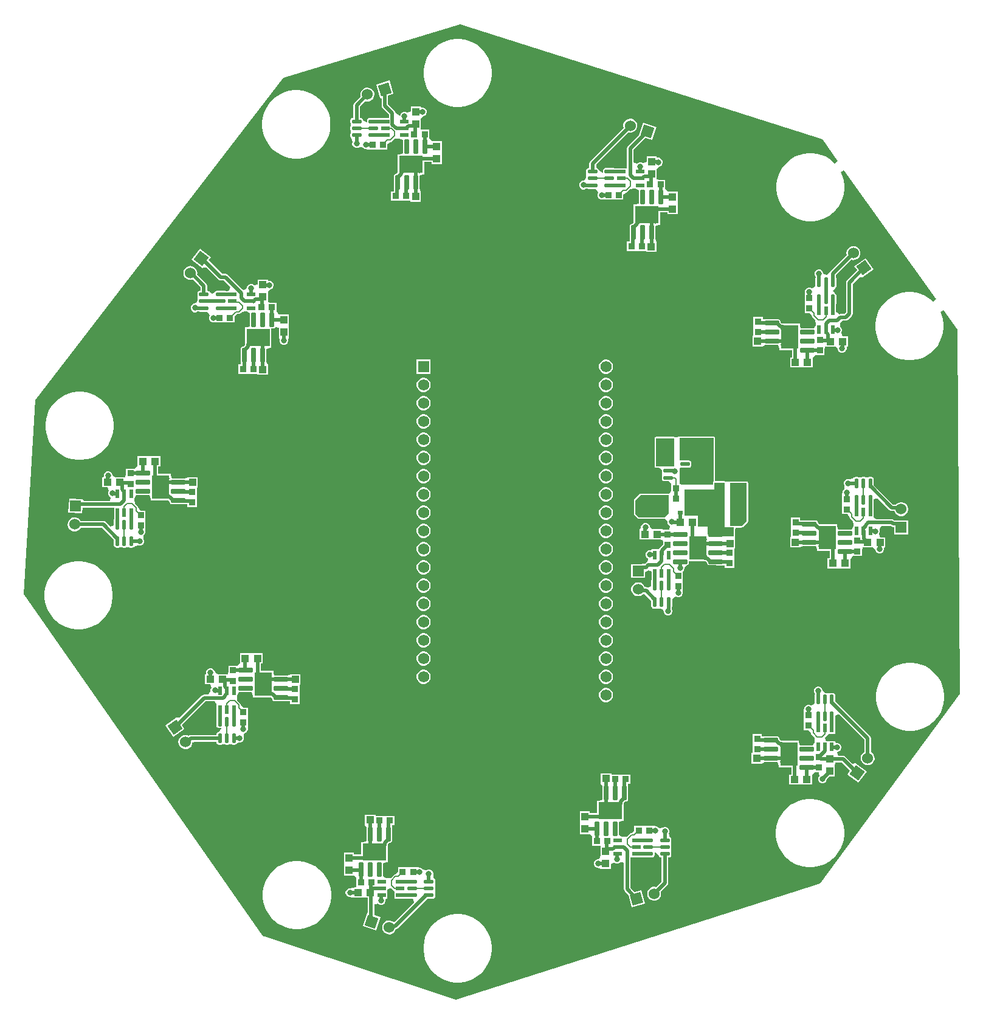
<source format=gtl>
G04*
G04 #@! TF.GenerationSoftware,Altium Limited,Altium Designer,23.3.1 (30)*
G04*
G04 Layer_Physical_Order=1*
G04 Layer_Color=255*
%FSLAX44Y44*%
%MOMM*%
G71*
G04*
G04 #@! TF.SameCoordinates,DEB4E624-6092-4267-9E12-8A2B7123D7A8*
G04*
G04*
G04 #@! TF.FilePolarity,Positive*
G04*
G01*
G75*
%ADD11C,0.2000*%
%ADD14R,1.2400X2.7300*%
G04:AMPARAMS|DCode=15|XSize=1.37mm|YSize=0.59mm|CornerRadius=0.1475mm|HoleSize=0mm|Usage=FLASHONLY|Rotation=180.000|XOffset=0mm|YOffset=0mm|HoleType=Round|Shape=RoundedRectangle|*
%AMROUNDEDRECTD15*
21,1,1.3700,0.2950,0,0,180.0*
21,1,1.0750,0.5900,0,0,180.0*
1,1,0.2950,-0.5375,0.1475*
1,1,0.2950,0.5375,0.1475*
1,1,0.2950,0.5375,-0.1475*
1,1,0.2950,-0.5375,-0.1475*
%
%ADD15ROUNDEDRECTD15*%
%ADD16R,0.5000X0.7000*%
%ADD17R,0.5500X1.2000*%
%ADD18R,0.9000X0.9000*%
G04:AMPARAMS|DCode=19|XSize=1.37mm|YSize=0.59mm|CornerRadius=0.1475mm|HoleSize=0mm|Usage=FLASHONLY|Rotation=270.000|XOffset=0mm|YOffset=0mm|HoleType=Round|Shape=RoundedRectangle|*
%AMROUNDEDRECTD19*
21,1,1.3700,0.2950,0,0,270.0*
21,1,1.0750,0.5900,0,0,270.0*
1,1,0.2950,-0.1475,-0.5375*
1,1,0.2950,-0.1475,0.5375*
1,1,0.2950,0.1475,0.5375*
1,1,0.2950,0.1475,-0.5375*
%
%ADD19ROUNDEDRECTD19*%
G04:AMPARAMS|DCode=20|XSize=1.97mm|YSize=0.6mm|CornerRadius=0.075mm|HoleSize=0mm|Usage=FLASHONLY|Rotation=180.000|XOffset=0mm|YOffset=0mm|HoleType=Round|Shape=RoundedRectangle|*
%AMROUNDEDRECTD20*
21,1,1.9700,0.4500,0,0,180.0*
21,1,1.8200,0.6000,0,0,180.0*
1,1,0.1500,-0.9100,0.2250*
1,1,0.1500,0.9100,0.2250*
1,1,0.1500,0.9100,-0.2250*
1,1,0.1500,-0.9100,-0.2250*
%
%ADD20ROUNDEDRECTD20*%
%ADD21R,1.1000X1.0000*%
%ADD22R,0.9000X0.9000*%
%ADD23R,0.7000X0.5000*%
%ADD24R,1.0000X1.1000*%
%ADD25R,1.2000X0.5500*%
G04:AMPARAMS|DCode=26|XSize=1.97mm|YSize=0.6mm|CornerRadius=0.075mm|HoleSize=0mm|Usage=FLASHONLY|Rotation=270.000|XOffset=0mm|YOffset=0mm|HoleType=Round|Shape=RoundedRectangle|*
%AMROUNDEDRECTD26*
21,1,1.9700,0.4500,0,0,270.0*
21,1,1.8200,0.6000,0,0,270.0*
1,1,0.1500,-0.2250,-0.9100*
1,1,0.1500,-0.2250,0.9100*
1,1,0.1500,0.2250,0.9100*
1,1,0.1500,0.2250,-0.9100*
%
%ADD26ROUNDEDRECTD26*%
%ADD27R,2.7300X1.2400*%
%ADD58R,1.0000X2.0000*%
%ADD59R,2.4130X3.3020*%
%ADD60R,3.3020X2.4130*%
%ADD61C,0.5000*%
%ADD62C,1.5300*%
%ADD63R,1.5300X1.5300*%
%ADD64R,1.5300X1.5300*%
%ADD65P,2.1638X4X350.0*%
%ADD66P,2.1638X4X387.0*%
%ADD67P,2.1638X4X61.0*%
%ADD68P,2.1638X4X99.0*%
%ADD69P,2.1638X4X171.0*%
%ADD70P,2.1638X4X242.0*%
%ADD71P,2.1638X4X278.0*%
%ADD72P,2.1638X4X312.0*%
%ADD73C,1.5600*%
%ADD74R,1.5600X1.5600*%
%ADD75C,0.8000*%
G36*
X864374Y951618D02*
X885883Y921379D01*
X882051Y918139D01*
X879151Y921039D01*
X874211Y924830D01*
X868819Y927943D01*
X863066Y930326D01*
X857051Y931938D01*
X850878Y932750D01*
X844652D01*
X838478Y931938D01*
X832464Y930326D01*
X826711Y927943D01*
X821319Y924830D01*
X816379Y921039D01*
X811976Y916637D01*
X808185Y911697D01*
X805072Y906304D01*
X802689Y900552D01*
X801078Y894537D01*
X800265Y888364D01*
Y882137D01*
X801078Y875964D01*
X802689Y869949D01*
X805072Y864197D01*
X808185Y858804D01*
X811976Y853864D01*
X816379Y849461D01*
X821319Y845671D01*
X826711Y842558D01*
X832464Y840175D01*
X838478Y838563D01*
X844652Y837750D01*
X850878D01*
X857051Y838563D01*
X863066Y840175D01*
X868819Y842558D01*
X874211Y845671D01*
X879151Y849461D01*
X883554Y853864D01*
X887344Y858804D01*
X890458Y864197D01*
X892841Y869949D01*
X894452Y875964D01*
X895265Y882137D01*
Y888364D01*
X894452Y894537D01*
X892841Y900552D01*
X890458Y906304D01*
X890408Y906391D01*
X894620Y909096D01*
X1022663Y729078D01*
X1018832Y725839D01*
X1017128Y727543D01*
X1012188Y731334D01*
X1006795Y734447D01*
X1001042Y736830D01*
X995028Y738441D01*
X988855Y739254D01*
X982628D01*
X976455Y738441D01*
X970440Y736830D01*
X964688Y734447D01*
X959295Y731334D01*
X954355Y727543D01*
X949952Y723140D01*
X946162Y718200D01*
X943049Y712808D01*
X940666Y707055D01*
X939054Y701041D01*
X938241Y694867D01*
Y688641D01*
X939054Y682467D01*
X940666Y676453D01*
X943049Y670700D01*
X946162Y665308D01*
X949952Y660368D01*
X954355Y655965D01*
X959295Y652175D01*
X964688Y649061D01*
X970440Y646678D01*
X976455Y645067D01*
X982628Y644254D01*
X988855D01*
X995028Y645067D01*
X1001042Y646678D01*
X1006795Y649061D01*
X1012188Y652175D01*
X1017128Y655965D01*
X1021530Y660368D01*
X1025321Y665308D01*
X1028434Y670700D01*
X1030817Y676453D01*
X1032429Y682467D01*
X1033241Y688641D01*
Y694867D01*
X1032429Y701041D01*
X1030817Y707055D01*
X1028900Y711684D01*
X1033302Y714121D01*
X1052772Y686749D01*
X1055729Y180101D01*
X861571Y-84683D01*
X354020Y-245966D01*
X84659Y-157103D01*
X-248197Y319002D01*
X-231302Y588522D01*
X113847Y1037671D01*
X360365Y1112389D01*
X864374Y951618D01*
D02*
G37*
%LPC*%
G36*
X261552Y1033763D02*
X243095Y1028120D01*
X248738Y1009663D01*
X248738D01*
X250557Y1008318D01*
Y998891D01*
X250906Y997135D01*
X251901Y995646D01*
X260899Y986648D01*
X260669Y981648D01*
X247900D01*
X247900Y981648D01*
X244725Y981916D01*
X233975D01*
X232619Y981646D01*
X231470Y980878D01*
X230702Y979729D01*
X230432Y978373D01*
Y975791D01*
X230136Y975477D01*
X229627Y975477D01*
X224868Y978373D01*
X224598Y979729D01*
X223830Y980878D01*
X222681Y981646D01*
X221325Y981916D01*
X220538D01*
Y997482D01*
X228080Y1005024D01*
X229922Y1004598D01*
X232461Y1004687D01*
X234891Y1005430D01*
X237046Y1006776D01*
X238779Y1008635D01*
X239972Y1010878D01*
X240543Y1013354D01*
X240455Y1015893D01*
X239712Y1018323D01*
X238365Y1020478D01*
X236507Y1022211D01*
X234264Y1023404D01*
X231788Y1023975D01*
X229249Y1023887D01*
X226819Y1023144D01*
X224664Y1021797D01*
X222931Y1019939D01*
X221738Y1017695D01*
X221166Y1015220D01*
X221255Y1012680D01*
X221607Y1011528D01*
X212706Y1002626D01*
X211711Y1001138D01*
X211362Y999382D01*
Y981916D01*
X210575D01*
X209219Y981646D01*
X208070Y980878D01*
X207302Y979729D01*
X207032Y978373D01*
Y975423D01*
X207302Y974067D01*
Y970229D01*
X207032Y968873D01*
Y965923D01*
X207302Y964567D01*
Y960729D01*
X207032Y959373D01*
Y956423D01*
X207302Y955067D01*
X208070Y953918D01*
X208565Y953587D01*
X209582Y951498D01*
X210292Y948266D01*
X210275Y948004D01*
X209825Y946916D01*
Y944529D01*
X210739Y942324D01*
X212426Y940636D01*
X214632Y939723D01*
X217019D01*
X218864Y940487D01*
X219224Y940636D01*
X219224Y940636D01*
X223359Y940946D01*
X225091Y939971D01*
X225751Y939311D01*
X227957Y938398D01*
X231400Y937898D01*
X231400Y937898D01*
X240900D01*
X244400Y937898D01*
X249400Y937898D01*
X258900D01*
Y944789D01*
X262650Y947839D01*
X263820Y948072D01*
X264813Y948735D01*
X268995Y952918D01*
X273900Y953148D01*
X274535Y953148D01*
X275791D01*
X280246Y950748D01*
Y932548D01*
X275464Y930963D01*
X273140D01*
Y907776D01*
X273052Y907333D01*
Y905938D01*
X271165Y904052D01*
X270350D01*
X269277Y903838D01*
X268367Y903231D01*
X267760Y902321D01*
X267546Y901248D01*
Y891820D01*
X267512Y891648D01*
Y879398D01*
X263900D01*
Y866398D01*
X276900D01*
Y866398D01*
X278400D01*
Y866398D01*
X290400D01*
Y865148D01*
X305400D01*
Y879148D01*
X305400D01*
X303054Y883048D01*
Y901248D01*
X307836Y902833D01*
X310160D01*
Y920310D01*
X320400D01*
Y917398D01*
X334400D01*
Y932398D01*
X334400D01*
Y934398D01*
X334400D01*
Y949398D01*
X320907D01*
X319157Y950796D01*
X317150Y953052D01*
Y965398D01*
X310193D01*
X305400Y965898D01*
X305400Y969880D01*
X305400Y979529D01*
X305799Y981275D01*
X308843Y984148D01*
X311049Y985061D01*
X312737Y986749D01*
X313650Y988954D01*
Y991341D01*
X312737Y993547D01*
X311049Y995235D01*
X308843Y996148D01*
X306457D01*
X305400Y996854D01*
Y997898D01*
X291400D01*
Y990773D01*
X286400Y988883D01*
X286049Y989234D01*
X283843Y990148D01*
X281457D01*
X279251Y989234D01*
X277563Y987547D01*
X276816Y985743D01*
X276233Y985199D01*
X275229Y984856D01*
X270238Y988386D01*
X269889Y990141D01*
X268894Y991630D01*
X259733Y1000791D01*
Y1013025D01*
X267195Y1015306D01*
X261552Y1033763D01*
D02*
G37*
G36*
X359635Y1091761D02*
X353408D01*
X347235Y1090949D01*
X341221Y1089337D01*
X335468Y1086954D01*
X330075Y1083841D01*
X325135Y1080050D01*
X320733Y1075648D01*
X316942Y1070707D01*
X313829Y1065315D01*
X311446Y1059563D01*
X309834Y1053548D01*
X309022Y1047375D01*
Y1041148D01*
X309834Y1034975D01*
X311446Y1028960D01*
X313829Y1023208D01*
X316942Y1017815D01*
X320733Y1012875D01*
X325135Y1008472D01*
X330075Y1004682D01*
X335468Y1001569D01*
X341221Y999186D01*
X347235Y997574D01*
X353408Y996761D01*
X359635D01*
X365808Y997574D01*
X371823Y999186D01*
X377575Y1001569D01*
X382968Y1004682D01*
X387908Y1008472D01*
X392311Y1012875D01*
X396101Y1017815D01*
X399215Y1023208D01*
X401597Y1028960D01*
X403209Y1034975D01*
X404022Y1041148D01*
Y1047375D01*
X403209Y1053548D01*
X401597Y1059563D01*
X399215Y1065315D01*
X396101Y1070707D01*
X392311Y1075648D01*
X387908Y1080050D01*
X382968Y1083841D01*
X377575Y1086954D01*
X371823Y1089337D01*
X365808Y1090949D01*
X359635Y1091761D01*
D02*
G37*
G36*
X596158Y980628D02*
X593673Y980099D01*
X591409Y978946D01*
X589520Y977246D01*
X588136Y975115D01*
X587351Y972698D01*
X587218Y970161D01*
X587648Y968139D01*
X541173Y921664D01*
X540178Y920176D01*
X539829Y918420D01*
Y911925D01*
X539042D01*
X537686Y911655D01*
X536537Y910887D01*
X535769Y909738D01*
X535499Y908382D01*
Y905432D01*
X535769Y904076D01*
Y900238D01*
X535499Y898882D01*
Y898509D01*
X533684Y895232D01*
X530764Y894107D01*
X530674D01*
X528468Y893194D01*
X526781Y891506D01*
X525867Y889301D01*
Y886914D01*
X526781Y884708D01*
X528468Y883020D01*
X530674Y882107D01*
X533060D01*
X535266Y883020D01*
X535664Y883419D01*
X537297D01*
X537686Y883159D01*
X539042Y882889D01*
X547435D01*
X549213Y882889D01*
X551683Y880269D01*
X552442Y877592D01*
X551617Y875601D01*
Y873214D01*
X552531Y871008D01*
X554218Y869321D01*
X556423Y868407D01*
X559867Y867907D01*
X559867Y867907D01*
X569367D01*
X572867Y867907D01*
X577867Y867907D01*
X587367D01*
Y874798D01*
X591117Y877848D01*
X592287Y878081D01*
X593280Y878744D01*
X597462Y882927D01*
X602367Y883157D01*
X603002Y883157D01*
X604258D01*
X608713Y880757D01*
Y862557D01*
X603931Y860972D01*
X601607D01*
Y837785D01*
X601519Y837342D01*
Y835947D01*
X599632Y834061D01*
X598817D01*
X597744Y833847D01*
X596834Y833240D01*
X596227Y832330D01*
X596013Y831257D01*
Y821829D01*
X595979Y821657D01*
Y809407D01*
X592367D01*
Y796407D01*
X605367D01*
Y796407D01*
X606867D01*
Y796407D01*
X618867D01*
Y795157D01*
X633867D01*
Y809157D01*
X633867D01*
X631521Y813057D01*
Y831257D01*
X636304Y832842D01*
X638627D01*
Y850319D01*
X648867D01*
Y847407D01*
X662867D01*
Y862407D01*
X662867D01*
Y864407D01*
X662867D01*
Y879407D01*
X649374D01*
X647624Y880805D01*
X645617Y883061D01*
Y895407D01*
X638660D01*
X633867Y895907D01*
X633867Y899889D01*
X633867Y909538D01*
X634266Y911284D01*
X637310Y914157D01*
X639516Y915070D01*
X641204Y916758D01*
X642117Y918963D01*
Y921350D01*
X641204Y923556D01*
X639516Y925244D01*
X637310Y926157D01*
X634924D01*
X633867Y926863D01*
Y927907D01*
X619867D01*
Y920782D01*
X614867Y918892D01*
X614516Y919244D01*
X612310Y920157D01*
X609924D01*
X607718Y919244D01*
X606705Y918230D01*
X603516Y918839D01*
X601705Y919763D01*
Y937214D01*
X618317Y953826D01*
X627274Y950916D01*
X633238Y969271D01*
X614883Y975235D01*
X609171Y957657D01*
X593873Y942358D01*
X592878Y940870D01*
X592529Y939114D01*
Y916590D01*
X592367Y911657D01*
X576367D01*
X576367Y911657D01*
X573192Y911925D01*
X562442D01*
X561086Y911655D01*
X559937Y910887D01*
X559169Y909738D01*
X558899Y908382D01*
Y905800D01*
X558603Y905486D01*
X558094Y905486D01*
X553335Y908382D01*
X553065Y909738D01*
X552297Y910887D01*
X551148Y911655D01*
X549792Y911925D01*
X549411Y916925D01*
X594161Y961675D01*
X595148Y961354D01*
X597685Y961221D01*
X600171Y961750D01*
X602435Y962903D01*
X604323Y964603D01*
X605707Y966734D01*
X606492Y969151D01*
X606625Y971688D01*
X606097Y974174D01*
X604943Y976438D01*
X603243Y978326D01*
X601112Y979710D01*
X598695Y980495D01*
X596158Y980628D01*
D02*
G37*
G36*
X134973Y1020214D02*
X128747D01*
X122573Y1019401D01*
X116559Y1017790D01*
X110806Y1015407D01*
X105414Y1012294D01*
X100474Y1008503D01*
X96071Y1004100D01*
X92280Y999161D01*
X89167Y993768D01*
X86784Y988015D01*
X85173Y982001D01*
X84360Y975828D01*
Y969601D01*
X85173Y963428D01*
X86784Y957413D01*
X89167Y951661D01*
X92280Y946268D01*
X96071Y941328D01*
X100474Y936925D01*
X105414Y933135D01*
X110806Y930021D01*
X116559Y927639D01*
X122573Y926027D01*
X128747Y925214D01*
X134973D01*
X141146Y926027D01*
X147161Y927639D01*
X152914Y930021D01*
X158306Y933135D01*
X163246Y936925D01*
X167649Y941328D01*
X171439Y946268D01*
X174553Y951661D01*
X176935Y957413D01*
X178547Y963428D01*
X179360Y969601D01*
Y975828D01*
X178547Y982001D01*
X176935Y988015D01*
X174553Y993768D01*
X171439Y999161D01*
X167649Y1004100D01*
X163246Y1008503D01*
X158306Y1012294D01*
X152914Y1015407D01*
X147161Y1017790D01*
X141146Y1019401D01*
X134973Y1020214D01*
D02*
G37*
G36*
X907983Y803194D02*
X905456Y802929D01*
X903083Y802018D01*
X901028Y800525D01*
X899429Y798550D01*
X898395Y796229D01*
X897998Y793719D01*
X898263Y791192D01*
X898459Y790684D01*
X875698Y767924D01*
X874704Y766435D01*
X870329Y763174D01*
X866858Y763974D01*
X865943Y765883D01*
X865029Y768089D01*
X863341Y769776D01*
X861136Y770690D01*
X858749D01*
X856544Y769776D01*
X854856Y768089D01*
X853943Y765883D01*
Y763496D01*
X854856Y761291D01*
X855355Y760793D01*
Y759710D01*
X855194Y759471D01*
X854925Y758115D01*
Y749722D01*
X854925Y747944D01*
X852305Y745474D01*
X849628Y744715D01*
X847636Y745540D01*
X845249D01*
X843044Y744626D01*
X841356Y742939D01*
X840443Y740733D01*
X839943Y737290D01*
X839943Y737290D01*
Y727790D01*
X839943Y724290D01*
X839943Y719290D01*
Y709790D01*
X846834D01*
X849884Y706040D01*
X850117Y704869D01*
X850780Y703877D01*
X854962Y699694D01*
X855193Y694790D01*
X855193Y694155D01*
Y692899D01*
X852793Y688444D01*
X834593D01*
X833008Y693226D01*
Y695550D01*
X809821D01*
X809378Y695638D01*
X807983D01*
X806097Y697525D01*
Y698340D01*
X805883Y699413D01*
X805275Y700322D01*
X804366Y700930D01*
X803293Y701144D01*
X793865D01*
X793693Y701178D01*
X781443D01*
Y704790D01*
X768443D01*
Y691790D01*
X768443D01*
Y690290D01*
X768443D01*
Y678290D01*
X767193D01*
Y663290D01*
X781193D01*
Y663290D01*
X785093Y665636D01*
X803293D01*
X804878Y660853D01*
Y658530D01*
X822355D01*
Y648290D01*
X819443D01*
Y634290D01*
X834443D01*
Y634290D01*
X836443D01*
Y634290D01*
X851443D01*
Y647783D01*
X852840Y649533D01*
X855097Y651540D01*
X867443D01*
Y658497D01*
X867943Y663290D01*
X871925Y663290D01*
X881573Y663290D01*
X883320Y662890D01*
X886193Y659846D01*
X887106Y657641D01*
X888794Y655953D01*
X890999Y655040D01*
X893386D01*
X895592Y655953D01*
X897279Y657641D01*
X898193Y659846D01*
Y662233D01*
X898899Y663290D01*
X899943D01*
Y677290D01*
X892818D01*
X890928Y682290D01*
X891279Y682641D01*
X892193Y684846D01*
Y687233D01*
X891279Y689438D01*
X889592Y691126D01*
X889036Y696020D01*
X892274Y699402D01*
X897043D01*
X898799Y699751D01*
X900287Y700745D01*
X905437Y705895D01*
X906432Y707384D01*
X906781Y709140D01*
Y750550D01*
X916021Y759790D01*
X920523Y759436D01*
X920523D01*
X936137Y770780D01*
X924792Y786395D01*
X909178Y775050D01*
X913018Y769765D01*
X898948Y755695D01*
X897954Y754206D01*
X897605Y752450D01*
Y711040D01*
X895142Y708578D01*
X889393D01*
X888693Y708439D01*
X885149Y710360D01*
X883693Y711607D01*
Y720790D01*
X883693Y720790D01*
X883961Y723965D01*
Y734715D01*
X883691Y736071D01*
X882923Y737220D01*
X881774Y737988D01*
X881383Y738066D01*
X879532Y741040D01*
X881383Y744014D01*
X881774Y744091D01*
X882923Y744859D01*
X883691Y746009D01*
X883961Y747365D01*
Y758115D01*
X883691Y759471D01*
X883531Y759710D01*
Y762779D01*
X904909Y784156D01*
X904963Y784132D01*
X907473Y783734D01*
X910000Y784000D01*
X912372Y784911D01*
X914428Y786404D01*
X916027Y788379D01*
X917060Y790700D01*
X917458Y793210D01*
X917192Y795736D01*
X916282Y798109D01*
X914788Y800164D01*
X912813Y801763D01*
X910492Y802797D01*
X907983Y803194D01*
D02*
G37*
G36*
X-2256Y799657D02*
X-13871Y784243D01*
X1542Y772628D01*
X1899Y773102D01*
X6887Y773451D01*
X23684Y756654D01*
X25173Y755659D01*
X26928Y755310D01*
X31149D01*
X40342Y746116D01*
X38596Y741364D01*
X34959Y740685D01*
X31784Y740953D01*
X21034D01*
X19678Y740683D01*
X18529Y739915D01*
X17761Y738766D01*
X17683Y738375D01*
X14709Y736524D01*
X11735Y738375D01*
X11658Y738766D01*
X10890Y739915D01*
X9740Y740683D01*
X8384Y740953D01*
X7597D01*
Y748164D01*
X7248Y749920D01*
X6253Y751408D01*
X-6169Y763831D01*
X-5910Y765942D01*
X-6264Y768458D01*
X-7257Y770797D01*
X-8821Y772800D01*
X-10850Y774329D01*
X-13206Y775281D01*
X-15728Y775590D01*
X-18244Y775237D01*
X-20583Y774244D01*
X-22585Y772680D01*
X-24114Y770650D01*
X-25066Y768294D01*
X-25376Y765772D01*
X-25022Y763256D01*
X-24030Y760917D01*
X-22465Y758915D01*
X-20436Y757386D01*
X-18080Y756434D01*
X-15558Y756124D01*
X-13042Y756478D01*
X-12165Y756850D01*
X-1579Y746264D01*
Y740953D01*
X-2366D01*
X-3722Y740683D01*
X-4871Y739915D01*
X-5639Y738766D01*
X-5909Y737410D01*
Y734460D01*
X-5639Y733104D01*
Y729266D01*
X-5909Y727910D01*
Y727617D01*
X-7400Y724323D01*
X-10359Y723060D01*
X-12565Y722147D01*
X-14252Y720459D01*
X-15166Y718253D01*
Y715866D01*
X-14252Y713661D01*
X-12565Y711973D01*
X-10359Y711060D01*
X-7972D01*
X-5767Y711973D01*
X-5394Y712347D01*
X-3961D01*
X-3722Y712187D01*
X-2366Y711917D01*
X6027D01*
X7805Y711917D01*
X10275Y709297D01*
X11034Y706620D01*
X10209Y704629D01*
Y702242D01*
X11123Y700036D01*
X12810Y698348D01*
X15016Y697435D01*
X18459Y696935D01*
X18459Y696935D01*
X27959D01*
X31459Y696935D01*
X36459Y696935D01*
X45959D01*
Y705609D01*
X49226Y708876D01*
X51935D01*
X51935Y708876D01*
X53106Y709109D01*
X54098Y709772D01*
X56121Y711795D01*
X60959Y712185D01*
X60959Y712185D01*
X62850D01*
X67305Y709785D01*
Y691585D01*
X62523Y690000D01*
X60199D01*
Y666813D01*
X60111Y666370D01*
Y664976D01*
X58224Y663089D01*
X57409D01*
X56336Y662875D01*
X55427Y662268D01*
X54819Y661358D01*
X54605Y660285D01*
Y650857D01*
X54571Y650685D01*
Y638435D01*
X50959D01*
Y625435D01*
X63959D01*
Y625435D01*
X65459D01*
Y625435D01*
X77459D01*
Y624185D01*
X92459D01*
Y638185D01*
X92459D01*
X90113Y642085D01*
Y660285D01*
X94896Y661870D01*
X97219D01*
Y687609D01*
X97219Y688781D01*
X97756Y688781D01*
X100009D01*
X101082Y688995D01*
X101992Y689602D01*
X102484Y690339D01*
X102957Y690439D01*
X107484Y689508D01*
X107484Y688410D01*
Y676410D01*
X107484D01*
X108359Y671773D01*
Y670542D01*
X109273Y668336D01*
X110961Y666648D01*
X113166Y665735D01*
X115553D01*
X117758Y666648D01*
X119446Y668336D01*
X120359Y670542D01*
Y671876D01*
X121484Y676410D01*
X121484D01*
Y688410D01*
X121484Y691410D01*
X121484Y696410D01*
Y708410D01*
X107956D01*
X106236Y709799D01*
X104209Y712054D01*
Y724435D01*
X97179D01*
X92334Y724810D01*
X92334Y728969D01*
X92334Y738441D01*
X92734Y740187D01*
X95778Y743060D01*
X97983Y743973D01*
X99671Y745661D01*
X100584Y747867D01*
Y750254D01*
X99671Y752459D01*
X97983Y754146D01*
X95778Y755060D01*
X93391D01*
X92334Y755766D01*
Y756810D01*
X78334D01*
Y750078D01*
X77834Y749769D01*
X73334Y748545D01*
X72608Y749272D01*
X70403Y750185D01*
X68016D01*
X65810Y749272D01*
X64123Y747584D01*
X63209Y745378D01*
Y744409D01*
X58728Y741738D01*
X56777Y742659D01*
X36293Y763143D01*
X34805Y764137D01*
X33049Y764486D01*
X28829D01*
X9769Y783546D01*
X13157Y788042D01*
X-2256Y799657D01*
D02*
G37*
G36*
X564540Y645150D02*
X561960D01*
X559467Y644482D01*
X557233Y643192D01*
X555408Y641367D01*
X554118Y639133D01*
X553450Y636640D01*
Y634060D01*
X554118Y631567D01*
X555408Y629333D01*
X557233Y627508D01*
X559467Y626218D01*
X561960Y625550D01*
X564540D01*
X567033Y626218D01*
X569267Y627508D01*
X571092Y629333D01*
X572382Y631567D01*
X573050Y634060D01*
Y636640D01*
X572382Y639133D01*
X571092Y641367D01*
X569267Y643192D01*
X567033Y644482D01*
X564540Y645150D01*
D02*
G37*
G36*
X319050D02*
X299450D01*
Y625550D01*
X319050D01*
Y645150D01*
D02*
G37*
G36*
X564540Y619750D02*
X561960D01*
X559467Y619082D01*
X557233Y617792D01*
X555408Y615967D01*
X554118Y613733D01*
X553450Y611240D01*
Y608660D01*
X554118Y606167D01*
X555408Y603933D01*
X557233Y602108D01*
X559467Y600818D01*
X561960Y600150D01*
X564540D01*
X567033Y600818D01*
X569267Y602108D01*
X571092Y603933D01*
X572382Y606167D01*
X573050Y608660D01*
Y611240D01*
X572382Y613733D01*
X571092Y615967D01*
X569267Y617792D01*
X567033Y619082D01*
X564540Y619750D01*
D02*
G37*
G36*
X310540D02*
X307960D01*
X305467Y619082D01*
X303233Y617792D01*
X301408Y615967D01*
X300118Y613733D01*
X299450Y611240D01*
Y608660D01*
X300118Y606167D01*
X301408Y603933D01*
X303233Y602108D01*
X305467Y600818D01*
X307960Y600150D01*
X310540D01*
X313033Y600818D01*
X315267Y602108D01*
X317092Y603933D01*
X318382Y606167D01*
X319050Y608660D01*
Y611240D01*
X318382Y613733D01*
X317092Y615967D01*
X315267Y617792D01*
X313033Y619082D01*
X310540Y619750D01*
D02*
G37*
G36*
X564540Y594350D02*
X561960D01*
X559467Y593682D01*
X557233Y592392D01*
X555408Y590567D01*
X554118Y588333D01*
X553450Y585840D01*
Y583260D01*
X554118Y580767D01*
X555408Y578533D01*
X557233Y576708D01*
X559467Y575418D01*
X561960Y574750D01*
X564540D01*
X567033Y575418D01*
X569267Y576708D01*
X571092Y578533D01*
X572382Y580767D01*
X573050Y583260D01*
Y585840D01*
X572382Y588333D01*
X571092Y590567D01*
X569267Y592392D01*
X567033Y593682D01*
X564540Y594350D01*
D02*
G37*
G36*
X310540D02*
X307960D01*
X305467Y593682D01*
X303233Y592392D01*
X301408Y590567D01*
X300118Y588333D01*
X299450Y585840D01*
Y583260D01*
X300118Y580767D01*
X301408Y578533D01*
X303233Y576708D01*
X305467Y575418D01*
X307960Y574750D01*
X310540D01*
X313033Y575418D01*
X315267Y576708D01*
X317092Y578533D01*
X318382Y580767D01*
X319050Y583260D01*
Y585840D01*
X318382Y588333D01*
X317092Y590567D01*
X315267Y592392D01*
X313033Y593682D01*
X310540Y594350D01*
D02*
G37*
G36*
X564540Y568950D02*
X561960D01*
X559467Y568282D01*
X557233Y566992D01*
X555408Y565167D01*
X554118Y562933D01*
X553450Y560440D01*
Y557860D01*
X554118Y555367D01*
X555408Y553133D01*
X557233Y551308D01*
X559467Y550018D01*
X561960Y549350D01*
X564540D01*
X567033Y550018D01*
X569267Y551308D01*
X571092Y553133D01*
X572382Y555367D01*
X573050Y557860D01*
Y560440D01*
X572382Y562933D01*
X571092Y565167D01*
X569267Y566992D01*
X567033Y568282D01*
X564540Y568950D01*
D02*
G37*
G36*
X310540D02*
X307960D01*
X305467Y568282D01*
X303233Y566992D01*
X301408Y565167D01*
X300118Y562933D01*
X299450Y560440D01*
Y557860D01*
X300118Y555367D01*
X301408Y553133D01*
X303233Y551308D01*
X305467Y550018D01*
X307960Y549350D01*
X310540D01*
X313033Y550018D01*
X315267Y551308D01*
X317092Y553133D01*
X318382Y555367D01*
X319050Y557860D01*
Y560440D01*
X318382Y562933D01*
X317092Y565167D01*
X315267Y566992D01*
X313033Y568282D01*
X310540Y568950D01*
D02*
G37*
G36*
X713000Y538289D02*
X665750D01*
X664970Y538134D01*
X664611Y537894D01*
X663837Y537615D01*
X661363Y537213D01*
X659030Y537384D01*
X658250Y537539D01*
X632750D01*
X631970Y537384D01*
X631308Y536942D01*
X630866Y536280D01*
X630711Y535500D01*
Y496500D01*
X630866Y495720D01*
X631308Y495058D01*
X631970Y494616D01*
X632250Y494560D01*
Y494500D01*
X632553D01*
X632750Y494461D01*
X636518D01*
X638050Y493500D01*
X639000D01*
X640500Y492000D01*
Y491964D01*
X640882Y491725D01*
Y488775D01*
X641152Y487419D01*
Y483581D01*
X640882Y482225D01*
Y479275D01*
X641152Y477919D01*
X641920Y476770D01*
X643069Y476002D01*
X644425Y475732D01*
X650692D01*
X654250Y472250D01*
X654250Y471970D01*
Y462629D01*
X654195Y462469D01*
X653404Y461257D01*
X651250Y459051D01*
Y459000D01*
X651200D01*
X650959Y458753D01*
X649545Y458539D01*
X611500D01*
X610720Y458384D01*
X610058Y457942D01*
X610058Y457942D01*
X602558Y450442D01*
X602116Y449780D01*
X601961Y449000D01*
Y430750D01*
X602116Y429970D01*
X602558Y429308D01*
X607808Y424058D01*
X608470Y423616D01*
X609250Y423461D01*
X645000D01*
X647790Y421205D01*
X649000Y419754D01*
Y417807D01*
X649913Y415601D01*
X651601Y413913D01*
X652599Y413500D01*
X651605Y408500D01*
X642750D01*
X642000Y409000D01*
Y409000D01*
X628619Y409000D01*
X626265Y409921D01*
X624000Y412757D01*
Y413194D01*
X623087Y415399D01*
X621399Y417086D01*
X619193Y418000D01*
X616806D01*
X614601Y417086D01*
X612914Y415399D01*
X612000Y413194D01*
Y410807D01*
X610793Y409000D01*
X610000D01*
Y395000D01*
X622000D01*
X625000Y395000D01*
X630000Y395000D01*
X638164D01*
X642139Y394133D01*
X642750Y390311D01*
Y387489D01*
X639685Y384424D01*
X636000Y381250D01*
X626500D01*
Y380873D01*
X625193Y380000D01*
X622807D01*
X620601Y379086D01*
X618913Y377399D01*
X618000Y375193D01*
Y372807D01*
X618913Y370601D01*
X620601Y368913D01*
X621721Y368450D01*
X621822Y366979D01*
X621012Y363381D01*
X620299Y363239D01*
X618811Y362244D01*
X617205Y360638D01*
X613150D01*
X612707Y360550D01*
X598350D01*
Y341250D01*
X617650D01*
Y349427D01*
X622327Y351883D01*
X626500Y349592D01*
Y339250D01*
X626500Y339250D01*
X626232Y336075D01*
Y329778D01*
X624375Y328406D01*
X621881Y327605D01*
X616992Y329225D01*
X615722Y331425D01*
X613925Y333222D01*
X611725Y334492D01*
X609271Y335150D01*
X606730D01*
X604275Y334492D01*
X602075Y333222D01*
X600278Y331425D01*
X599008Y329225D01*
X598350Y326770D01*
Y324230D01*
X599008Y321775D01*
X600278Y319575D01*
X602075Y317778D01*
X604275Y316508D01*
X606730Y315850D01*
X609271D01*
X611725Y316508D01*
X613925Y317778D01*
X615088Y318941D01*
X617020D01*
X626232Y309729D01*
Y301925D01*
X626502Y300569D01*
X627270Y299420D01*
X628419Y298652D01*
X629775Y298382D01*
X632725D01*
X634081Y298652D01*
X637919D01*
X639275Y298382D01*
X639495D01*
X642859Y296748D01*
X644000Y293806D01*
X644913Y291601D01*
X646601Y289913D01*
X648807Y289000D01*
X651193D01*
X653399Y289913D01*
X655087Y291601D01*
X656000Y293806D01*
Y296194D01*
X655087Y298399D01*
X654713Y298772D01*
Y300142D01*
X654998Y300569D01*
X655268Y301925D01*
Y310318D01*
X655268Y312096D01*
X657888Y314566D01*
X660565Y315325D01*
X662557Y314500D01*
X664943D01*
X667149Y315413D01*
X668837Y317101D01*
X669750Y319307D01*
X670250Y322750D01*
X670250Y322750D01*
Y332250D01*
X670250Y335750D01*
X670250Y340750D01*
Y350250D01*
X670250Y350250D01*
X670275Y350290D01*
X671587Y351601D01*
X672500Y353806D01*
X672500Y353807D01*
X672500Y354318D01*
Y356193D01*
X676673Y359110D01*
X677583Y359717D01*
X678190Y360627D01*
X678404Y361700D01*
Y364490D01*
X700372D01*
X700815Y364402D01*
X702209D01*
X704096Y362515D01*
Y361700D01*
X704310Y360627D01*
X704917Y359717D01*
X705827Y359110D01*
X706900Y358896D01*
X716328D01*
X716500Y358862D01*
X728750D01*
Y355250D01*
X741750D01*
Y368250D01*
X741750D01*
Y369750D01*
X741750D01*
Y381750D01*
X743000D01*
Y396750D01*
X743000D01*
X743039Y399270D01*
Y406387D01*
X743531Y411214D01*
X752014Y411329D01*
X752391Y411409D01*
X752767Y411484D01*
X752779Y411492D01*
X752793Y411495D01*
X753110Y411713D01*
X753429Y411926D01*
X760442Y418939D01*
X760884Y419601D01*
X761039Y420381D01*
Y471384D01*
X761039Y473500D01*
X761039Y473500D01*
X760884Y474280D01*
X760442Y474942D01*
X759780Y475384D01*
X759000Y475539D01*
X759000Y475539D01*
X756884Y475539D01*
X736250Y475539D01*
X735470Y475384D01*
X733398Y475018D01*
X731181Y475138D01*
X729658Y475549D01*
X729530Y475634D01*
X728750Y475789D01*
X715039D01*
Y536250D01*
X714884Y537030D01*
X714442Y537692D01*
X713780Y538134D01*
X713000Y538289D01*
D02*
G37*
G36*
X564540Y543550D02*
X561960D01*
X559467Y542882D01*
X557233Y541592D01*
X555408Y539767D01*
X554118Y537533D01*
X553450Y535040D01*
Y532460D01*
X554118Y529967D01*
X555408Y527733D01*
X557233Y525908D01*
X559467Y524618D01*
X561960Y523950D01*
X564540D01*
X567033Y524618D01*
X569267Y525908D01*
X571092Y527733D01*
X572382Y529967D01*
X573050Y532460D01*
Y535040D01*
X572382Y537533D01*
X571092Y539767D01*
X569267Y541592D01*
X567033Y542882D01*
X564540Y543550D01*
D02*
G37*
G36*
X310540D02*
X307960D01*
X305467Y542882D01*
X303233Y541592D01*
X301408Y539767D01*
X300118Y537533D01*
X299450Y535040D01*
Y532460D01*
X300118Y529967D01*
X301408Y527733D01*
X303233Y525908D01*
X305467Y524618D01*
X307960Y523950D01*
X310540D01*
X313033Y524618D01*
X315267Y525908D01*
X317092Y527733D01*
X318382Y529967D01*
X319050Y532460D01*
Y535040D01*
X318382Y537533D01*
X317092Y539767D01*
X315267Y541592D01*
X313033Y542882D01*
X310540Y543550D01*
D02*
G37*
G36*
X-166931Y600451D02*
X-173157D01*
X-179331Y599638D01*
X-185345Y598027D01*
X-191098Y595644D01*
X-196490Y592531D01*
X-201430Y588740D01*
X-205833Y584337D01*
X-209623Y579397D01*
X-212737Y574005D01*
X-215119Y568252D01*
X-216731Y562238D01*
X-217544Y556064D01*
Y549838D01*
X-216731Y543664D01*
X-215119Y537650D01*
X-212737Y531897D01*
X-209623Y526505D01*
X-205833Y521565D01*
X-201430Y517162D01*
X-196490Y513372D01*
X-191098Y510258D01*
X-185345Y507875D01*
X-179331Y506264D01*
X-173157Y505451D01*
X-166931D01*
X-160757Y506264D01*
X-154743Y507875D01*
X-148990Y510258D01*
X-143598Y513372D01*
X-138658Y517162D01*
X-134255Y521565D01*
X-130464Y526505D01*
X-127351Y531897D01*
X-124968Y537650D01*
X-123357Y543664D01*
X-122544Y549838D01*
Y556064D01*
X-123357Y562238D01*
X-124968Y568252D01*
X-127351Y574005D01*
X-130464Y579397D01*
X-134255Y584337D01*
X-138658Y588740D01*
X-143598Y592531D01*
X-148990Y595644D01*
X-154743Y598027D01*
X-160757Y599638D01*
X-166931Y600451D01*
D02*
G37*
G36*
X564540Y518150D02*
X561960D01*
X559467Y517482D01*
X557233Y516192D01*
X555408Y514367D01*
X554118Y512133D01*
X553450Y509640D01*
Y507060D01*
X554118Y504567D01*
X555408Y502333D01*
X557233Y500508D01*
X559467Y499218D01*
X561960Y498550D01*
X564540D01*
X567033Y499218D01*
X569267Y500508D01*
X571092Y502333D01*
X572382Y504567D01*
X573050Y507060D01*
Y509640D01*
X572382Y512133D01*
X571092Y514367D01*
X569267Y516192D01*
X567033Y517482D01*
X564540Y518150D01*
D02*
G37*
G36*
X310540D02*
X307960D01*
X305467Y517482D01*
X303233Y516192D01*
X301408Y514367D01*
X300118Y512133D01*
X299450Y509640D01*
Y507060D01*
X300118Y504567D01*
X301408Y502333D01*
X303233Y500508D01*
X305467Y499218D01*
X307960Y498550D01*
X310540D01*
X313033Y499218D01*
X315267Y500508D01*
X317092Y502333D01*
X318382Y504567D01*
X319050Y507060D01*
Y509640D01*
X318382Y512133D01*
X317092Y514367D01*
X315267Y516192D01*
X313033Y517482D01*
X310540Y518150D01*
D02*
G37*
G36*
X923225Y481868D02*
X920275D01*
X918919Y481598D01*
X915081D01*
X913725Y481868D01*
X910775D01*
X909419Y481598D01*
X908270Y480830D01*
X907939Y480335D01*
X905850Y479318D01*
X902618Y478608D01*
X902356Y478624D01*
X901268Y479075D01*
X898882D01*
X896676Y478162D01*
X894988Y476474D01*
X894075Y474268D01*
Y471881D01*
X894839Y470036D01*
X894988Y469676D01*
X894988Y469676D01*
X895298Y465541D01*
X894323Y463809D01*
X893663Y463149D01*
X892750Y460943D01*
X892250Y457500D01*
X892250Y457500D01*
Y448000D01*
X892250Y444500D01*
X892250Y439500D01*
Y430000D01*
X899141D01*
X902191Y426250D01*
X902424Y425079D01*
X903087Y424087D01*
X907270Y419905D01*
X907500Y415000D01*
X907500Y413109D01*
X905100Y408654D01*
X886900D01*
X885315Y413437D01*
Y415760D01*
X862128D01*
X861685Y415848D01*
X860291D01*
X858404Y417735D01*
Y418550D01*
X858190Y419623D01*
X857583Y420533D01*
X856673Y421140D01*
X855600Y421354D01*
X846172D01*
X846000Y421388D01*
X833750D01*
Y425000D01*
X820750D01*
Y412000D01*
X820750D01*
Y410500D01*
X820750D01*
Y398500D01*
X819500D01*
Y383500D01*
X833500D01*
Y383500D01*
X837400Y385846D01*
X855600D01*
X857185Y381063D01*
Y378740D01*
X874662D01*
Y368500D01*
X871750D01*
Y354500D01*
X886750D01*
Y354500D01*
X888750D01*
Y354500D01*
X903750D01*
Y367993D01*
X905148Y369743D01*
X907404Y371750D01*
X919750D01*
Y378707D01*
X920250Y383500D01*
X924232Y383500D01*
X933881Y383500D01*
X935627Y383101D01*
X938500Y380056D01*
X939414Y377851D01*
X941101Y376163D01*
X943307Y375250D01*
X945694D01*
X947899Y376163D01*
X949587Y377851D01*
X950500Y380056D01*
Y382443D01*
X951206Y383500D01*
X952250D01*
Y397500D01*
X945125D01*
X943235Y402500D01*
X943587Y402851D01*
X944500Y405056D01*
Y407443D01*
X944031Y408575D01*
X945562Y412115D01*
X946731Y413575D01*
X959415D01*
X959534Y413456D01*
X961022Y412461D01*
X962778Y412112D01*
X964665D01*
Y401900D01*
X983965D01*
Y421200D01*
X969608D01*
X969165Y421288D01*
X964678D01*
X964559Y421407D01*
X963071Y422402D01*
X961315Y422751D01*
X940069D01*
X936000Y425000D01*
X936000Y427751D01*
Y441000D01*
X936000Y441000D01*
X936268Y444175D01*
Y450472D01*
X941268Y452543D01*
X958135Y435676D01*
X959623Y434682D01*
X961379Y434333D01*
X965026D01*
X965323Y433225D01*
X966593Y431025D01*
X968390Y429228D01*
X970590Y427958D01*
X973045Y427300D01*
X975585D01*
X978040Y427958D01*
X980240Y429228D01*
X982037Y431025D01*
X983307Y433225D01*
X983965Y435680D01*
Y438220D01*
X983307Y440675D01*
X982037Y442875D01*
X980240Y444672D01*
X978040Y445942D01*
X975585Y446600D01*
X973045D01*
X970590Y445942D01*
X968390Y444672D01*
X967227Y443509D01*
X963280D01*
X936268Y470521D01*
Y478325D01*
X935998Y479681D01*
X935230Y480830D01*
X934081Y481598D01*
X932725Y481868D01*
X929775D01*
X928419Y481598D01*
X924581D01*
X923225Y481868D01*
D02*
G37*
G36*
X-74675Y510575D02*
Y510575D01*
X-77675Y510575D01*
X-89675D01*
Y497082D01*
X-91073Y495332D01*
X-93329Y493325D01*
X-105675D01*
Y486368D01*
X-106175Y481575D01*
X-110157Y481575D01*
X-119806Y481575D01*
X-121552Y481974D01*
X-124425Y485019D01*
X-125338Y487224D01*
X-127026Y488912D01*
X-129232Y489825D01*
X-131618D01*
X-133824Y488912D01*
X-135512Y487224D01*
X-136425Y485019D01*
Y482631D01*
X-137131Y481575D01*
X-138175D01*
Y467575D01*
X-131050D01*
X-129160Y462575D01*
X-129512Y462224D01*
X-130425Y460019D01*
Y457631D01*
X-129512Y455426D01*
X-127824Y453738D01*
X-126826Y453325D01*
X-127820Y448325D01*
X-163355D01*
X-165283Y450357D01*
Y450357D01*
X-184557Y451367D01*
X-185567Y432093D01*
X-166293Y431083D01*
X-165870Y439149D01*
X-121925D01*
Y424075D01*
X-121925Y424075D01*
X-122193Y420900D01*
Y414603D01*
X-127193Y412532D01*
X-133765Y419104D01*
X-135254Y420099D01*
X-137010Y420448D01*
X-168262D01*
X-168733Y421373D01*
X-170433Y423261D01*
X-172564Y424645D01*
X-174981Y425430D01*
X-177518Y425563D01*
X-180003Y425035D01*
X-182267Y423881D01*
X-184156Y422181D01*
X-185539Y420050D01*
X-186325Y417634D01*
X-186458Y415096D01*
X-185929Y412611D01*
X-184776Y410347D01*
X-183076Y408459D01*
X-180944Y407075D01*
X-178528Y406289D01*
X-175991Y406157D01*
X-173505Y406685D01*
X-171241Y407838D01*
X-169353Y409539D01*
X-168228Y411272D01*
X-138910D01*
X-122193Y394554D01*
Y386750D01*
X-121923Y385394D01*
X-121155Y384245D01*
X-120006Y383477D01*
X-118650Y383207D01*
X-115700D01*
X-114344Y383477D01*
X-110506D01*
X-109150Y383207D01*
X-106200D01*
X-104844Y383477D01*
X-101006D01*
X-99650Y383207D01*
X-96700D01*
X-95344Y383477D01*
X-94195Y384245D01*
X-93864Y384740D01*
X-91986Y385734D01*
X-88616Y386530D01*
X-88255Y386513D01*
X-87318Y386125D01*
X-84932D01*
X-82726Y387038D01*
X-81039Y388726D01*
X-80125Y390932D01*
Y393318D01*
X-80827Y395013D01*
X-81038Y395524D01*
X-81039Y395524D01*
X-81246Y399634D01*
X-80248Y401266D01*
X-79588Y401926D01*
X-78675Y404132D01*
X-78175Y407575D01*
X-78175Y407575D01*
Y417075D01*
X-78175Y420575D01*
X-78175Y425575D01*
Y435075D01*
X-85066D01*
X-88116Y438825D01*
X-88349Y439995D01*
X-89012Y440988D01*
X-93195Y445170D01*
X-93425Y450075D01*
X-93425Y450710D01*
Y451966D01*
X-91025Y456421D01*
X-72825D01*
X-71240Y451638D01*
Y449315D01*
X-48053D01*
X-47610Y449227D01*
X-46216D01*
X-44329Y447340D01*
Y446525D01*
X-44116Y445452D01*
X-43508Y444542D01*
X-42598Y443935D01*
X-41525Y443721D01*
X-32097D01*
X-31925Y443687D01*
X-19675D01*
Y440075D01*
X-6675D01*
Y453075D01*
X-6675D01*
Y454575D01*
X-6675D01*
Y466575D01*
X-5425D01*
Y481575D01*
X-19425D01*
Y481575D01*
X-23325Y479229D01*
X-41525D01*
X-43110Y484011D01*
Y486335D01*
X-60587D01*
Y496575D01*
X-57675D01*
Y510575D01*
X-69675D01*
X-72675Y510575D01*
Y510575D01*
X-74675D01*
D02*
G37*
G36*
X564540Y492750D02*
X561960D01*
X559467Y492082D01*
X557233Y490792D01*
X555408Y488967D01*
X554118Y486733D01*
X553450Y484240D01*
Y481660D01*
X554118Y479167D01*
X555408Y476933D01*
X557233Y475108D01*
X559467Y473818D01*
X561960Y473150D01*
X564540D01*
X567033Y473818D01*
X569267Y475108D01*
X571092Y476933D01*
X572382Y479167D01*
X573050Y481660D01*
Y484240D01*
X572382Y486733D01*
X571092Y488967D01*
X569267Y490792D01*
X567033Y492082D01*
X564540Y492750D01*
D02*
G37*
G36*
X310540D02*
X307960D01*
X305467Y492082D01*
X303233Y490792D01*
X301408Y488967D01*
X300118Y486733D01*
X299450Y484240D01*
Y481660D01*
X300118Y479167D01*
X301408Y476933D01*
X303233Y475108D01*
X305467Y473818D01*
X307960Y473150D01*
X310540D01*
X313033Y473818D01*
X315267Y475108D01*
X317092Y476933D01*
X318382Y479167D01*
X319050Y481660D01*
Y484240D01*
X318382Y486733D01*
X317092Y488967D01*
X315267Y490792D01*
X313033Y492082D01*
X310540Y492750D01*
D02*
G37*
G36*
X564540Y467350D02*
X561960D01*
X559467Y466682D01*
X557233Y465392D01*
X555408Y463567D01*
X554118Y461333D01*
X553450Y458840D01*
Y456260D01*
X554118Y453767D01*
X555408Y451533D01*
X557233Y449708D01*
X559467Y448418D01*
X561960Y447750D01*
X564540D01*
X567033Y448418D01*
X569267Y449708D01*
X571092Y451533D01*
X572382Y453767D01*
X573050Y456260D01*
Y458840D01*
X572382Y461333D01*
X571092Y463567D01*
X569267Y465392D01*
X567033Y466682D01*
X564540Y467350D01*
D02*
G37*
G36*
X310540D02*
X307960D01*
X305467Y466682D01*
X303233Y465392D01*
X301408Y463567D01*
X300118Y461333D01*
X299450Y458840D01*
Y456260D01*
X300118Y453767D01*
X301408Y451533D01*
X303233Y449708D01*
X305467Y448418D01*
X307960Y447750D01*
X310540D01*
X313033Y448418D01*
X315267Y449708D01*
X317092Y451533D01*
X318382Y453767D01*
X319050Y456260D01*
Y458840D01*
X318382Y461333D01*
X317092Y463567D01*
X315267Y465392D01*
X313033Y466682D01*
X310540Y467350D01*
D02*
G37*
G36*
X564540Y441950D02*
X561960D01*
X559467Y441282D01*
X557233Y439992D01*
X555408Y438167D01*
X554118Y435933D01*
X553450Y433440D01*
Y430860D01*
X554118Y428367D01*
X555408Y426133D01*
X557233Y424308D01*
X559467Y423018D01*
X561960Y422350D01*
X564540D01*
X567033Y423018D01*
X569267Y424308D01*
X571092Y426133D01*
X572382Y428367D01*
X573050Y430860D01*
Y433440D01*
X572382Y435933D01*
X571092Y438167D01*
X569267Y439992D01*
X567033Y441282D01*
X564540Y441950D01*
D02*
G37*
G36*
X310540D02*
X307960D01*
X305467Y441282D01*
X303233Y439992D01*
X301408Y438167D01*
X300118Y435933D01*
X299450Y433440D01*
Y430860D01*
X300118Y428367D01*
X301408Y426133D01*
X303233Y424308D01*
X305467Y423018D01*
X307960Y422350D01*
X310540D01*
X313033Y423018D01*
X315267Y424308D01*
X317092Y426133D01*
X318382Y428367D01*
X319050Y430860D01*
Y433440D01*
X318382Y435933D01*
X317092Y438167D01*
X315267Y439992D01*
X313033Y441282D01*
X310540Y441950D01*
D02*
G37*
G36*
X564540Y416550D02*
X561960D01*
X559467Y415882D01*
X557233Y414592D01*
X555408Y412767D01*
X554118Y410533D01*
X553450Y408040D01*
Y405460D01*
X554118Y402967D01*
X555408Y400733D01*
X557233Y398908D01*
X559467Y397618D01*
X561960Y396950D01*
X564540D01*
X567033Y397618D01*
X569267Y398908D01*
X571092Y400733D01*
X572382Y402967D01*
X573050Y405460D01*
Y408040D01*
X572382Y410533D01*
X571092Y412767D01*
X569267Y414592D01*
X567033Y415882D01*
X564540Y416550D01*
D02*
G37*
G36*
X310540D02*
X307960D01*
X305467Y415882D01*
X303233Y414592D01*
X301408Y412767D01*
X300118Y410533D01*
X299450Y408040D01*
Y405460D01*
X300118Y402967D01*
X301408Y400733D01*
X303233Y398908D01*
X305467Y397618D01*
X307960Y396950D01*
X310540D01*
X313033Y397618D01*
X315267Y398908D01*
X317092Y400733D01*
X318382Y402967D01*
X319050Y405460D01*
Y408040D01*
X318382Y410533D01*
X317092Y412767D01*
X315267Y414592D01*
X313033Y415882D01*
X310540Y416550D01*
D02*
G37*
G36*
X564540Y391150D02*
X561960D01*
X559467Y390482D01*
X557233Y389192D01*
X555408Y387367D01*
X554118Y385133D01*
X553450Y382640D01*
Y380060D01*
X554118Y377567D01*
X555408Y375333D01*
X557233Y373508D01*
X559467Y372218D01*
X561960Y371550D01*
X564540D01*
X567033Y372218D01*
X569267Y373508D01*
X571092Y375333D01*
X572382Y377567D01*
X573050Y380060D01*
Y382640D01*
X572382Y385133D01*
X571092Y387367D01*
X569267Y389192D01*
X567033Y390482D01*
X564540Y391150D01*
D02*
G37*
G36*
X310540D02*
X307960D01*
X305467Y390482D01*
X303233Y389192D01*
X301408Y387367D01*
X300118Y385133D01*
X299450Y382640D01*
Y380060D01*
X300118Y377567D01*
X301408Y375333D01*
X303233Y373508D01*
X305467Y372218D01*
X307960Y371550D01*
X310540D01*
X313033Y372218D01*
X315267Y373508D01*
X317092Y375333D01*
X318382Y377567D01*
X319050Y380060D01*
Y382640D01*
X318382Y385133D01*
X317092Y387367D01*
X315267Y389192D01*
X313033Y390482D01*
X310540Y391150D01*
D02*
G37*
G36*
X564540Y365750D02*
X561960D01*
X559467Y365082D01*
X557233Y363792D01*
X555408Y361967D01*
X554118Y359733D01*
X553450Y357240D01*
Y354660D01*
X554118Y352167D01*
X555408Y349933D01*
X557233Y348108D01*
X559467Y346818D01*
X561960Y346150D01*
X564540D01*
X567033Y346818D01*
X569267Y348108D01*
X571092Y349933D01*
X572382Y352167D01*
X573050Y354660D01*
Y357240D01*
X572382Y359733D01*
X571092Y361967D01*
X569267Y363792D01*
X567033Y365082D01*
X564540Y365750D01*
D02*
G37*
G36*
X310540D02*
X307960D01*
X305467Y365082D01*
X303233Y363792D01*
X301408Y361967D01*
X300118Y359733D01*
X299450Y357240D01*
Y354660D01*
X300118Y352167D01*
X301408Y349933D01*
X303233Y348108D01*
X305467Y346818D01*
X307960Y346150D01*
X310540D01*
X313033Y346818D01*
X315267Y348108D01*
X317092Y349933D01*
X318382Y352167D01*
X319050Y354660D01*
Y357240D01*
X318382Y359733D01*
X317092Y361967D01*
X315267Y363792D01*
X313033Y365082D01*
X310540Y365750D01*
D02*
G37*
G36*
X564540Y340350D02*
X561960D01*
X559467Y339682D01*
X557233Y338392D01*
X555408Y336567D01*
X554118Y334333D01*
X553450Y331840D01*
Y329260D01*
X554118Y326767D01*
X555408Y324533D01*
X557233Y322708D01*
X559467Y321418D01*
X561960Y320750D01*
X564540D01*
X567033Y321418D01*
X569267Y322708D01*
X571092Y324533D01*
X572382Y326767D01*
X573050Y329260D01*
Y331840D01*
X572382Y334333D01*
X571092Y336567D01*
X569267Y338392D01*
X567033Y339682D01*
X564540Y340350D01*
D02*
G37*
G36*
X310540D02*
X307960D01*
X305467Y339682D01*
X303233Y338392D01*
X301408Y336567D01*
X300118Y334333D01*
X299450Y331840D01*
Y329260D01*
X300118Y326767D01*
X301408Y324533D01*
X303233Y322708D01*
X305467Y321418D01*
X307960Y320750D01*
X310540D01*
X313033Y321418D01*
X315267Y322708D01*
X317092Y324533D01*
X318382Y326767D01*
X319050Y329260D01*
Y331840D01*
X318382Y334333D01*
X317092Y336567D01*
X315267Y338392D01*
X313033Y339682D01*
X310540Y340350D01*
D02*
G37*
G36*
X564540Y314950D02*
X561960D01*
X559467Y314282D01*
X557233Y312992D01*
X555408Y311167D01*
X554118Y308933D01*
X553450Y306440D01*
Y303860D01*
X554118Y301367D01*
X555408Y299133D01*
X557233Y297308D01*
X559467Y296018D01*
X561960Y295350D01*
X564540D01*
X567033Y296018D01*
X569267Y297308D01*
X571092Y299133D01*
X572382Y301367D01*
X573050Y303860D01*
Y306440D01*
X572382Y308933D01*
X571092Y311167D01*
X569267Y312992D01*
X567033Y314282D01*
X564540Y314950D01*
D02*
G37*
G36*
X310540D02*
X307960D01*
X305467Y314282D01*
X303233Y312992D01*
X301408Y311167D01*
X300118Y308933D01*
X299450Y306440D01*
Y303860D01*
X300118Y301367D01*
X301408Y299133D01*
X303233Y297308D01*
X305467Y296018D01*
X307960Y295350D01*
X310540D01*
X313033Y296018D01*
X315267Y297308D01*
X317092Y299133D01*
X318382Y301367D01*
X319050Y303860D01*
Y306440D01*
X318382Y308933D01*
X317092Y311167D01*
X315267Y312992D01*
X313033Y314282D01*
X310540Y314950D01*
D02*
G37*
G36*
X564540Y289550D02*
X561960D01*
X559467Y288882D01*
X557233Y287592D01*
X555408Y285767D01*
X554118Y283533D01*
X553450Y281040D01*
Y278460D01*
X554118Y275967D01*
X555408Y273733D01*
X557233Y271908D01*
X559467Y270618D01*
X561960Y269950D01*
X564540D01*
X567033Y270618D01*
X569267Y271908D01*
X571092Y273733D01*
X572382Y275967D01*
X573050Y278460D01*
Y281040D01*
X572382Y283533D01*
X571092Y285767D01*
X569267Y287592D01*
X567033Y288882D01*
X564540Y289550D01*
D02*
G37*
G36*
X310540D02*
X307960D01*
X305467Y288882D01*
X303233Y287592D01*
X301408Y285767D01*
X300118Y283533D01*
X299450Y281040D01*
Y278460D01*
X300118Y275967D01*
X301408Y273733D01*
X303233Y271908D01*
X305467Y270618D01*
X307960Y269950D01*
X310540D01*
X313033Y270618D01*
X315267Y271908D01*
X317092Y273733D01*
X318382Y275967D01*
X319050Y278460D01*
Y281040D01*
X318382Y283533D01*
X317092Y285767D01*
X315267Y287592D01*
X313033Y288882D01*
X310540Y289550D01*
D02*
G37*
G36*
X-168172Y364610D02*
X-174398D01*
X-180572Y363797D01*
X-186586Y362186D01*
X-192339Y359803D01*
X-197731Y356690D01*
X-202671Y352899D01*
X-207074Y348496D01*
X-210865Y343557D01*
X-213978Y338164D01*
X-216361Y332411D01*
X-217972Y326397D01*
X-218785Y320224D01*
Y313997D01*
X-217972Y307824D01*
X-216361Y301809D01*
X-213978Y296056D01*
X-210865Y290664D01*
X-207074Y285724D01*
X-202671Y281321D01*
X-197731Y277531D01*
X-192339Y274417D01*
X-186586Y272035D01*
X-180572Y270423D01*
X-174398Y269610D01*
X-168172D01*
X-161998Y270423D01*
X-155984Y272035D01*
X-150231Y274417D01*
X-144839Y277531D01*
X-139899Y281321D01*
X-135496Y285724D01*
X-131706Y290664D01*
X-128592Y296056D01*
X-126209Y301809D01*
X-124598Y307824D01*
X-123785Y313997D01*
Y320224D01*
X-124598Y326397D01*
X-126209Y332411D01*
X-128592Y338164D01*
X-131706Y343557D01*
X-135496Y348496D01*
X-139899Y352899D01*
X-144839Y356690D01*
X-150231Y359803D01*
X-155984Y362186D01*
X-161998Y363797D01*
X-168172Y364610D01*
D02*
G37*
G36*
X564540Y264150D02*
X561960D01*
X559467Y263482D01*
X557233Y262192D01*
X555408Y260367D01*
X554118Y258133D01*
X553450Y255640D01*
Y253060D01*
X554118Y250567D01*
X555408Y248333D01*
X557233Y246508D01*
X559467Y245218D01*
X561960Y244550D01*
X564540D01*
X567033Y245218D01*
X569267Y246508D01*
X571092Y248333D01*
X572382Y250567D01*
X573050Y253060D01*
Y255640D01*
X572382Y258133D01*
X571092Y260367D01*
X569267Y262192D01*
X567033Y263482D01*
X564540Y264150D01*
D02*
G37*
G36*
X310540D02*
X307960D01*
X305467Y263482D01*
X303233Y262192D01*
X301408Y260367D01*
X300118Y258133D01*
X299450Y255640D01*
Y253060D01*
X300118Y250567D01*
X301408Y248333D01*
X303233Y246508D01*
X305467Y245218D01*
X307960Y244550D01*
X310540D01*
X313033Y245218D01*
X315267Y246508D01*
X317092Y248333D01*
X318382Y250567D01*
X319050Y253060D01*
Y255640D01*
X318382Y258133D01*
X317092Y260367D01*
X315267Y262192D01*
X313033Y263482D01*
X310540Y264150D01*
D02*
G37*
G36*
X564540Y238750D02*
X561960D01*
X559467Y238082D01*
X557233Y236792D01*
X555408Y234967D01*
X554118Y232733D01*
X553450Y230240D01*
Y227660D01*
X554118Y225167D01*
X555408Y222933D01*
X557233Y221108D01*
X559467Y219818D01*
X561960Y219150D01*
X564540D01*
X567033Y219818D01*
X569267Y221108D01*
X571092Y222933D01*
X572382Y225167D01*
X573050Y227660D01*
Y230240D01*
X572382Y232733D01*
X571092Y234967D01*
X569267Y236792D01*
X567033Y238082D01*
X564540Y238750D01*
D02*
G37*
G36*
X310540D02*
X307960D01*
X305467Y238082D01*
X303233Y236792D01*
X301408Y234967D01*
X300118Y232733D01*
X299450Y230240D01*
Y227660D01*
X300118Y225167D01*
X301408Y222933D01*
X303233Y221108D01*
X305467Y219818D01*
X307960Y219150D01*
X310540D01*
X313033Y219818D01*
X315267Y221108D01*
X317092Y222933D01*
X318382Y225167D01*
X319050Y227660D01*
Y230240D01*
X318382Y232733D01*
X317092Y234967D01*
X315267Y236792D01*
X313033Y238082D01*
X310540Y238750D01*
D02*
G37*
G36*
X68280Y236250D02*
Y236250D01*
X65280Y236250D01*
X53280D01*
Y222757D01*
X51882Y221007D01*
X49626Y219000D01*
X37280D01*
Y212043D01*
X36779Y207250D01*
X32797Y207250D01*
X23149Y207250D01*
X21403Y207649D01*
X18530Y210693D01*
X17616Y212899D01*
X15928Y214587D01*
X13723Y215500D01*
X11336D01*
X9131Y214587D01*
X7443Y212899D01*
X6530Y210693D01*
Y208307D01*
X5824Y207250D01*
X4780D01*
Y193250D01*
X11904D01*
X13794Y188250D01*
X13443Y187899D01*
X12530Y185693D01*
Y183307D01*
X9423Y178588D01*
X3312D01*
X1557Y178239D01*
X68Y177244D01*
X-30702Y146474D01*
X-34915Y146843D01*
X-34915Y146843D01*
X-50724Y135773D01*
X-39654Y119963D01*
X-23845Y131033D01*
X-27683Y136516D01*
X5213Y169412D01*
X17799D01*
X21030Y165750D01*
X21030Y164412D01*
Y149750D01*
X21030Y149750D01*
X20761Y146575D01*
Y135825D01*
X21031Y134469D01*
X21799Y133320D01*
X22949Y132552D01*
X24305Y132282D01*
X26887D01*
X27201Y131986D01*
X27201Y131477D01*
X24304Y126718D01*
X22949Y126448D01*
X21799Y125680D01*
X21031Y124531D01*
X20761Y123175D01*
Y122388D01*
X-14725D01*
X-16481Y122039D01*
X-17970Y121044D01*
X-17978Y121035D01*
X-19789Y121880D01*
X-22291Y122321D01*
X-24822Y122099D01*
X-27210Y121230D01*
X-29291Y119773D01*
X-30925Y117826D01*
X-31998Y115524D01*
X-32440Y113021D01*
X-32218Y110490D01*
X-31349Y108103D01*
X-29892Y106021D01*
X-27945Y104388D01*
X-25642Y103314D01*
X-23140Y102873D01*
X-20609Y103094D01*
X-18221Y103963D01*
X-16140Y105421D01*
X-14507Y107367D01*
X-13433Y109670D01*
X-12992Y112172D01*
X-8063Y113212D01*
X20761D01*
Y112425D01*
X21031Y111069D01*
X21799Y109920D01*
X22949Y109152D01*
X24305Y108882D01*
X27255D01*
X28610Y109152D01*
X32449D01*
X33805Y108882D01*
X36755D01*
X38110Y109152D01*
X41949D01*
X43305Y108882D01*
X46255D01*
X47611Y109152D01*
X48760Y109920D01*
X49528Y111069D01*
X51586Y111901D01*
X53973D01*
X56178Y112814D01*
X57866Y114502D01*
X58780Y116707D01*
Y119094D01*
X58404Y120000D01*
X59059Y123062D01*
X60720Y125517D01*
X61678Y125913D01*
X63366Y127601D01*
X64280Y129806D01*
X64780Y133250D01*
X64780Y133250D01*
Y142750D01*
X64780Y146250D01*
X64780Y151250D01*
Y160750D01*
X57888D01*
X54838Y164500D01*
X54605Y165671D01*
X53942Y166663D01*
X49760Y170845D01*
X49530Y175750D01*
X49530Y177640D01*
X51930Y182096D01*
X70130D01*
X71715Y177313D01*
Y174990D01*
X94901D01*
X95345Y174902D01*
X96739D01*
X98626Y173015D01*
Y172200D01*
X98839Y171127D01*
X99447Y170217D01*
X100357Y169610D01*
X101430Y169396D01*
X110857D01*
X111030Y169362D01*
X123280D01*
Y165750D01*
X136280D01*
Y178750D01*
X136280D01*
Y180250D01*
X136280D01*
Y192250D01*
X137530D01*
Y207250D01*
X123530D01*
Y207250D01*
X119629Y204904D01*
X101430D01*
X99845Y209687D01*
Y212010D01*
X82368D01*
Y222250D01*
X85280D01*
Y236250D01*
X73280D01*
X70280Y236250D01*
Y236250D01*
X68280D01*
D02*
G37*
G36*
X564540Y213350D02*
X561960D01*
X559467Y212682D01*
X557233Y211392D01*
X555408Y209567D01*
X554118Y207333D01*
X553450Y204840D01*
Y202260D01*
X554118Y199767D01*
X555408Y197533D01*
X557233Y195708D01*
X559467Y194418D01*
X561960Y193750D01*
X564540D01*
X567033Y194418D01*
X569267Y195708D01*
X571092Y197533D01*
X572382Y199767D01*
X573050Y202260D01*
Y204840D01*
X572382Y207333D01*
X571092Y209567D01*
X569267Y211392D01*
X567033Y212682D01*
X564540Y213350D01*
D02*
G37*
G36*
X310540D02*
X307960D01*
X305467Y212682D01*
X303233Y211392D01*
X301408Y209567D01*
X300118Y207333D01*
X299450Y204840D01*
Y202260D01*
X300118Y199767D01*
X301408Y197533D01*
X303233Y195708D01*
X305467Y194418D01*
X307960Y193750D01*
X310540D01*
X313033Y194418D01*
X315267Y195708D01*
X317092Y197533D01*
X318382Y199767D01*
X319050Y202260D01*
Y204840D01*
X318382Y207333D01*
X317092Y209567D01*
X315267Y211392D01*
X313033Y212682D01*
X310540Y213350D01*
D02*
G37*
G36*
X564540Y187950D02*
X561960D01*
X559467Y187282D01*
X557233Y185992D01*
X555408Y184167D01*
X554118Y181933D01*
X553450Y179440D01*
Y176860D01*
X554118Y174367D01*
X555408Y172133D01*
X557233Y170308D01*
X559467Y169018D01*
X561960Y168350D01*
X564540D01*
X567033Y169018D01*
X569267Y170308D01*
X571092Y172133D01*
X572382Y174367D01*
X573050Y176860D01*
Y179440D01*
X572382Y181933D01*
X571092Y184167D01*
X569267Y185992D01*
X567033Y187282D01*
X564540Y187950D01*
D02*
G37*
G36*
X859943Y190000D02*
X857557D01*
X855351Y189087D01*
X853663Y187399D01*
X852750Y185194D01*
Y182806D01*
X853663Y180601D01*
X854162Y180103D01*
Y178921D01*
X854002Y178681D01*
X853732Y177325D01*
Y168932D01*
X853732Y167154D01*
X851112Y164685D01*
X848435Y163925D01*
X846443Y164750D01*
X844056D01*
X841851Y163837D01*
X840163Y162149D01*
X839250Y159944D01*
X838750Y156500D01*
X838750Y156500D01*
Y147000D01*
X838750Y143500D01*
X838750Y138500D01*
Y129000D01*
X845641D01*
X848691Y125250D01*
X848924Y124080D01*
X849587Y123087D01*
X853770Y118905D01*
X854000Y114000D01*
X854000Y112109D01*
X851600Y107654D01*
X833400D01*
X831815Y112437D01*
Y114760D01*
X808628D01*
X808185Y114848D01*
X806790D01*
X804904Y116735D01*
Y117550D01*
X804690Y118623D01*
X804083Y119533D01*
X803173Y120140D01*
X802100Y120354D01*
X792672D01*
X792500Y120388D01*
X780250D01*
Y124000D01*
X767250D01*
Y111000D01*
X767250D01*
Y109500D01*
X767250D01*
Y97500D01*
X766000D01*
Y82500D01*
X780000D01*
Y82500D01*
X783900Y84846D01*
X802100D01*
X803685Y80063D01*
Y77740D01*
X821162D01*
Y67500D01*
X818250D01*
Y53500D01*
X833250D01*
Y53500D01*
X835250D01*
Y53500D01*
X850250D01*
Y66993D01*
X851648Y68743D01*
X853904Y70750D01*
X859257D01*
X860014Y69351D01*
X860790Y65750D01*
X859863Y64824D01*
X858950Y62618D01*
Y60231D01*
X859863Y58026D01*
X861551Y56338D01*
X863756Y55425D01*
X866143D01*
X868349Y56338D01*
X870036Y58026D01*
X870950Y60231D01*
Y60936D01*
X874439Y64425D01*
X881950D01*
Y76425D01*
X881950Y79425D01*
X882163Y84337D01*
X891585D01*
X903096Y72826D01*
X899256Y67541D01*
X914870Y56196D01*
X926214Y71810D01*
X910600Y83155D01*
X910600D01*
X906099Y82800D01*
X896730Y92169D01*
X895241Y93164D01*
X893486Y93513D01*
X887024D01*
X885294Y98044D01*
X886193Y99250D01*
X888399Y100163D01*
X890087Y101851D01*
X891000Y104057D01*
Y106444D01*
X890087Y108649D01*
X888399Y110337D01*
X886193Y111250D01*
X883807D01*
X882500Y112123D01*
Y114000D01*
X873000Y114000D01*
X869897D01*
X867826Y119000D01*
X869413Y120588D01*
X873000Y124000D01*
X882500D01*
Y140000D01*
X882500Y140000D01*
X882768Y143175D01*
Y149472D01*
X887768Y151543D01*
X923077Y116235D01*
Y98745D01*
X922579Y98524D01*
X920604Y96924D01*
X919111Y94869D01*
X918201Y92497D01*
X917935Y89970D01*
X918332Y87460D01*
X919366Y85139D01*
X920965Y83164D01*
X923020Y81671D01*
X925393Y80760D01*
X927920Y80495D01*
X930429Y80892D01*
X932750Y81926D01*
X934725Y83525D01*
X936218Y85580D01*
X937129Y87952D01*
X937395Y90479D01*
X936997Y92989D01*
X935964Y95310D01*
X934365Y97285D01*
X932309Y98778D01*
X932253Y98800D01*
Y118135D01*
X931904Y119891D01*
X930909Y121379D01*
X882768Y169521D01*
Y177325D01*
X882498Y178681D01*
X881730Y179830D01*
X880581Y180598D01*
X879225Y180868D01*
X876275D01*
X874919Y180598D01*
X871081D01*
X869725Y180868D01*
X869359D01*
X866141Y182221D01*
X864750Y185194D01*
X863837Y187399D01*
X862149Y189087D01*
X859943Y190000D01*
D02*
G37*
G36*
X989902Y223183D02*
X983676D01*
X977502Y222371D01*
X971488Y220759D01*
X965735Y218376D01*
X960343Y215263D01*
X955403Y211472D01*
X951000Y207070D01*
X947209Y202130D01*
X944096Y196737D01*
X941713Y190985D01*
X940101Y184970D01*
X939289Y178797D01*
Y172570D01*
X940101Y166397D01*
X941713Y160382D01*
X944096Y154630D01*
X947209Y149237D01*
X951000Y144297D01*
X955403Y139894D01*
X960343Y136104D01*
X965735Y132991D01*
X971488Y130608D01*
X977502Y128996D01*
X983676Y128183D01*
X989902D01*
X996076Y128996D01*
X1002090Y130608D01*
X1007843Y132991D01*
X1013235Y136104D01*
X1018175Y139894D01*
X1022578Y144297D01*
X1026368Y149237D01*
X1029482Y154630D01*
X1031864Y160382D01*
X1033476Y166397D01*
X1034289Y172570D01*
Y178797D01*
X1033476Y184970D01*
X1031864Y190985D01*
X1029482Y196737D01*
X1026368Y202130D01*
X1022578Y207070D01*
X1018175Y211472D01*
X1013235Y215263D01*
X1007843Y218376D01*
X1002090Y220759D01*
X996076Y222371D01*
X989902Y223183D01*
D02*
G37*
G36*
X570805Y68750D02*
X555805D01*
Y54750D01*
X555805D01*
X558151Y50850D01*
Y32650D01*
X553368Y31065D01*
X551045D01*
Y13588D01*
X540805D01*
Y16500D01*
X526805D01*
Y1500D01*
X526805D01*
Y-500D01*
X526805D01*
Y-15500D01*
X540298D01*
X542048Y-16898D01*
X544055Y-19154D01*
Y-31500D01*
X551012D01*
X555805Y-32000D01*
X555805Y-35982D01*
X555805Y-45825D01*
X554634Y-48049D01*
X552159Y-50268D01*
X551080D01*
X548874Y-51182D01*
X547187Y-52869D01*
X546273Y-55075D01*
Y-57462D01*
X547187Y-59667D01*
X548874Y-61355D01*
X551080Y-62268D01*
X551522D01*
X555805Y-64000D01*
Y-64000D01*
X555805Y-64000D01*
X569805D01*
Y-56875D01*
X574805Y-54985D01*
X575156Y-55337D01*
X577362Y-56250D01*
X579748D01*
X581954Y-55337D01*
X582967Y-54323D01*
X586156Y-54932D01*
X587967Y-55856D01*
Y-92264D01*
X588316Y-94019D01*
X589311Y-95508D01*
X594326Y-100523D01*
X599176Y-117437D01*
X617728Y-112117D01*
X612408Y-93565D01*
X603033Y-96253D01*
X597143Y-90363D01*
Y-52683D01*
X597305Y-47750D01*
X613305D01*
X613305Y-47750D01*
X616480Y-48018D01*
X627230D01*
X628586Y-47748D01*
X629735Y-46980D01*
X630503Y-45831D01*
X630773Y-44475D01*
Y-41893D01*
X631069Y-41579D01*
X631578Y-41579D01*
X636337Y-44475D01*
X636607Y-45831D01*
X637375Y-46980D01*
X638524Y-47748D01*
X639880Y-48018D01*
X640667D01*
Y-81552D01*
X632975Y-89244D01*
X631310Y-88829D01*
X628769Y-88873D01*
X626327Y-89573D01*
X624149Y-90882D01*
X622384Y-92710D01*
X621152Y-94932D01*
X620537Y-97398D01*
X620582Y-99938D01*
X621282Y-102381D01*
X622591Y-104558D01*
X624418Y-106323D01*
X626641Y-107555D01*
X629106Y-108170D01*
X631647Y-108126D01*
X634089Y-107425D01*
X636267Y-106117D01*
X638032Y-104289D01*
X639264Y-102067D01*
X639879Y-99601D01*
X639834Y-97061D01*
X639456Y-95740D01*
X648499Y-86697D01*
X649494Y-85208D01*
X649843Y-83452D01*
Y-48018D01*
X650630D01*
X651986Y-47748D01*
X653135Y-46980D01*
X653903Y-45831D01*
X654173Y-44475D01*
Y-41525D01*
X653903Y-40169D01*
Y-36331D01*
X654173Y-34975D01*
Y-32025D01*
X653903Y-30669D01*
Y-26831D01*
X654173Y-25475D01*
Y-22525D01*
X653903Y-21169D01*
X653135Y-20020D01*
X652640Y-19689D01*
X651623Y-17600D01*
X650913Y-14368D01*
X650929Y-14106D01*
X651380Y-13018D01*
Y-10632D01*
X650467Y-8426D01*
X648779Y-6738D01*
X646573Y-5825D01*
X644186D01*
X642342Y-6589D01*
X641981Y-6738D01*
X641981Y-6738D01*
X637846Y-7049D01*
X636114Y-6073D01*
X635454Y-5414D01*
X633248Y-4500D01*
X629805Y-4000D01*
X629805Y-4000D01*
X620305D01*
X616805Y-4000D01*
X611805Y-4000D01*
X602305D01*
Y-10891D01*
X598555Y-13941D01*
X597384Y-14174D01*
X596392Y-14837D01*
X592210Y-19020D01*
X587305Y-19250D01*
X586670Y-19250D01*
X585415D01*
X580959Y-16850D01*
Y1350D01*
X585742Y2935D01*
X588065D01*
Y26122D01*
X588153Y26565D01*
Y27959D01*
X590040Y29846D01*
X590855D01*
X591928Y30060D01*
X592838Y30667D01*
X593445Y31577D01*
X593659Y32650D01*
Y42078D01*
X593693Y42250D01*
Y54500D01*
X597305D01*
Y67500D01*
X584305D01*
Y67500D01*
X582805D01*
Y67500D01*
X570805D01*
Y68750D01*
D02*
G37*
G36*
X242050Y11200D02*
X227050D01*
Y-2800D01*
X227050D01*
X229396Y-6700D01*
Y-24900D01*
X224613Y-26485D01*
X222290D01*
Y-43962D01*
X212050D01*
Y-41050D01*
X198050D01*
Y-56050D01*
X198050D01*
Y-58050D01*
X198050D01*
Y-73050D01*
X211543D01*
X213293Y-74448D01*
X215300Y-76704D01*
X215300Y-89050D01*
X215127Y-89087D01*
X210518Y-90032D01*
Y-90032D01*
X205932Y-91032D01*
X205324D01*
X203119Y-91945D01*
X201431Y-93633D01*
X200518Y-95838D01*
Y-98225D01*
X201431Y-100431D01*
X203119Y-102119D01*
X205324Y-103032D01*
X205932D01*
X210518Y-104032D01*
X210518Y-104032D01*
X210518Y-104032D01*
X222518D01*
X225518Y-104032D01*
X231366Y-104032D01*
Y-124860D01*
X230694Y-125348D01*
X230694D01*
X224730Y-143703D01*
X243085Y-149667D01*
X249049Y-131312D01*
X240542Y-128548D01*
Y-113560D01*
X241631Y-112944D01*
X245542Y-112027D01*
X246401Y-112887D01*
X248606Y-113800D01*
X250993D01*
X253199Y-112887D01*
X254887Y-111199D01*
X255800Y-108994D01*
Y-106607D01*
X256673Y-105300D01*
X258550D01*
X258550Y-95800D01*
Y-92697D01*
X263550Y-90626D01*
X265138Y-92213D01*
X268550Y-95800D01*
Y-105300D01*
X284550D01*
X284550Y-105300D01*
X287725Y-105568D01*
X294022D01*
X295191Y-107151D01*
X296093Y-110568D01*
X268672Y-137989D01*
X267368Y-137955D01*
X265237Y-136571D01*
X262820Y-135786D01*
X260283Y-135653D01*
X257797Y-136181D01*
X255534Y-137335D01*
X253645Y-139035D01*
X252261Y-141166D01*
X251476Y-143583D01*
X251343Y-146120D01*
X251871Y-148605D01*
X253025Y-150870D01*
X254725Y-152758D01*
X256856Y-154142D01*
X259273Y-154927D01*
X261810Y-155060D01*
X264296Y-154531D01*
X266559Y-153378D01*
X268448Y-151678D01*
X269832Y-149547D01*
X270383Y-147851D01*
X271520Y-147625D01*
X273009Y-146630D01*
X303515Y-116124D01*
X314071Y-105568D01*
X321875D01*
X323231Y-105298D01*
X324380Y-104530D01*
X325148Y-103381D01*
X325418Y-102025D01*
Y-99075D01*
X325148Y-97719D01*
Y-93881D01*
X325418Y-92525D01*
Y-89575D01*
X325148Y-88219D01*
Y-84381D01*
X325418Y-83025D01*
Y-80075D01*
X325148Y-78719D01*
X324380Y-77570D01*
X323130Y-76156D01*
X322518Y-72225D01*
Y-69839D01*
X321604Y-67633D01*
X319917Y-65946D01*
X317712Y-65032D01*
X315324D01*
X313919Y-65614D01*
X312905Y-65887D01*
X308399Y-64655D01*
X307878Y-64142D01*
X306699Y-62964D01*
X304494Y-62050D01*
X301050Y-61550D01*
X301050Y-61550D01*
X291550D01*
X288050Y-61550D01*
X283050Y-61550D01*
X273550D01*
Y-68441D01*
X269800Y-71491D01*
X268629Y-71724D01*
X267637Y-72387D01*
X263455Y-76570D01*
X258550Y-76800D01*
X256659Y-76800D01*
X252204Y-74400D01*
Y-56200D01*
X256987Y-54615D01*
X259310D01*
Y-31428D01*
X259398Y-30985D01*
Y-29590D01*
X261285Y-27704D01*
X262100D01*
X263173Y-27490D01*
X264083Y-26883D01*
X264690Y-25973D01*
X264904Y-24900D01*
Y-15472D01*
X264938Y-15300D01*
Y-3050D01*
X268550D01*
Y9950D01*
X255550D01*
Y9950D01*
X254050D01*
Y9950D01*
X242050D01*
Y11200D01*
D02*
G37*
G36*
X850461Y33265D02*
X844234D01*
X838061Y32452D01*
X832046Y30840D01*
X826294Y28457D01*
X820901Y25344D01*
X815961Y21554D01*
X811558Y17151D01*
X807768Y12211D01*
X804655Y6818D01*
X802272Y1066D01*
X800660Y-4949D01*
X799847Y-11122D01*
Y-17349D01*
X800660Y-23522D01*
X802272Y-29536D01*
X804655Y-35289D01*
X807768Y-40682D01*
X811558Y-45622D01*
X815961Y-50024D01*
X820901Y-53815D01*
X826294Y-56928D01*
X832046Y-59311D01*
X838061Y-60923D01*
X844234Y-61735D01*
X850461D01*
X856634Y-60923D01*
X862649Y-59311D01*
X868401Y-56928D01*
X873794Y-53815D01*
X878734Y-50024D01*
X883137Y-45622D01*
X886927Y-40682D01*
X890040Y-35289D01*
X892423Y-29536D01*
X894035Y-23522D01*
X894847Y-17349D01*
Y-11122D01*
X894035Y-4949D01*
X892423Y1066D01*
X890040Y6818D01*
X886927Y12211D01*
X883137Y17151D01*
X878734Y21554D01*
X873794Y25344D01*
X868401Y28457D01*
X862649Y30840D01*
X856634Y32452D01*
X850461Y33265D01*
D02*
G37*
G36*
X135840Y-52942D02*
X129614D01*
X123440Y-53755D01*
X117426Y-55366D01*
X111673Y-57749D01*
X106281Y-60862D01*
X101341Y-64653D01*
X96938Y-69056D01*
X93147Y-73996D01*
X90034Y-79388D01*
X87651Y-85141D01*
X86039Y-91155D01*
X85227Y-97329D01*
Y-103555D01*
X86039Y-109729D01*
X87651Y-115743D01*
X90034Y-121496D01*
X93147Y-126888D01*
X96938Y-131828D01*
X101341Y-136231D01*
X106281Y-140022D01*
X111673Y-143135D01*
X117426Y-145518D01*
X123440Y-147129D01*
X129614Y-147942D01*
X135840D01*
X142014Y-147129D01*
X148028Y-145518D01*
X153781Y-143135D01*
X159173Y-140022D01*
X164113Y-136231D01*
X168516Y-131828D01*
X172306Y-126888D01*
X175420Y-121496D01*
X177803Y-115743D01*
X179414Y-109729D01*
X180227Y-103555D01*
Y-97329D01*
X179414Y-91155D01*
X177803Y-85141D01*
X175420Y-79388D01*
X172306Y-73996D01*
X168516Y-69056D01*
X164113Y-64653D01*
X159173Y-60862D01*
X153781Y-57749D01*
X148028Y-55366D01*
X142014Y-53755D01*
X135840Y-52942D01*
D02*
G37*
G36*
X359627Y-127003D02*
X353400D01*
X347227Y-127815D01*
X341213Y-129427D01*
X335460Y-131810D01*
X330068Y-134923D01*
X325128Y-138714D01*
X320725Y-143117D01*
X316934Y-148056D01*
X313821Y-153449D01*
X311438Y-159202D01*
X309827Y-165216D01*
X309014Y-171389D01*
Y-177616D01*
X309827Y-183789D01*
X311438Y-189804D01*
X313821Y-195557D01*
X316934Y-200949D01*
X320725Y-205889D01*
X325128Y-210292D01*
X330068Y-214082D01*
X335460Y-217196D01*
X341213Y-219578D01*
X347227Y-221190D01*
X353400Y-222003D01*
X359627D01*
X365800Y-221190D01*
X371815Y-219578D01*
X377567Y-217196D01*
X382960Y-214082D01*
X387900Y-210292D01*
X392303Y-205889D01*
X396093Y-200949D01*
X399207Y-195557D01*
X401589Y-189804D01*
X403201Y-183789D01*
X404014Y-177616D01*
Y-171389D01*
X403201Y-165216D01*
X401589Y-159202D01*
X399207Y-153449D01*
X396093Y-148056D01*
X392303Y-143117D01*
X387900Y-138714D01*
X382960Y-134923D01*
X377567Y-131810D01*
X371815Y-129427D01*
X365800Y-127815D01*
X359627Y-127003D01*
D02*
G37*
%LPD*%
G36*
X658250Y496500D02*
X632750D01*
Y535500D01*
X658250D01*
Y496500D01*
D02*
G37*
G36*
X713000Y475487D02*
X712558Y475192D01*
X712116Y474530D01*
X711961Y473750D01*
Y471250D01*
X667250D01*
Y472250D01*
X665750D01*
Y494071D01*
X667020Y494892D01*
X667825Y494732D01*
X678575D01*
X679931Y495002D01*
X681080Y495770D01*
X681848Y496919D01*
X682118Y498275D01*
Y501225D01*
X681848Y502581D01*
X681080Y503730D01*
X679931Y504498D01*
X678575Y504768D01*
X667825D01*
X667020Y504608D01*
X665750Y505429D01*
Y536250D01*
X713000D01*
Y475487D01*
D02*
G37*
G36*
X650750Y431250D02*
X645000Y425500D01*
X609250D01*
X604000Y430750D01*
Y449000D01*
X611500Y456500D01*
X650750D01*
Y431250D01*
D02*
G37*
G36*
X759000Y420381D02*
X751987Y413368D01*
X743503Y413253D01*
X743000Y413750D01*
Y413750D01*
X741197D01*
X741000Y413789D01*
X736250D01*
Y443250D01*
Y473500D01*
X759000Y473500D01*
Y420381D01*
D02*
G37*
G36*
X728750Y411750D02*
X741000D01*
Y399270D01*
X705315D01*
Y401510D01*
X704500D01*
Y412500D01*
X691500D01*
Y427500D01*
X672500D01*
Y464250D01*
X714000D01*
Y473750D01*
X728750D01*
Y411750D01*
D02*
G37*
D11*
X44353Y725041D02*
X51959D01*
X42959Y726435D02*
X44353Y725041D01*
X51959D02*
X57000Y720000D01*
Y717000D02*
Y720000D01*
X51935Y711935D02*
X57000Y717000D01*
X39459Y703435D02*
X47959Y711935D01*
X51935D01*
X35280Y157750D02*
Y166000D01*
X39530Y170250D01*
X46030D01*
X-103425Y444575D02*
X-96925D01*
X-107675Y440325D02*
X-103425Y444575D01*
X-107675Y432075D02*
Y440325D01*
X640750Y355500D02*
X645000Y359750D01*
X651500D01*
X640750Y347250D02*
Y355500D01*
X35280Y117800D02*
Y141200D01*
X46030Y170250D02*
X51780Y164500D01*
Y160750D02*
Y164500D01*
Y160750D02*
X58280Y154250D01*
X-91175Y435075D02*
X-84675Y428575D01*
X-91175Y435075D02*
Y438825D01*
X-96925Y444575D02*
X-91175Y438825D01*
X-107675Y392125D02*
Y415525D01*
X621855Y-33500D02*
X645255D01*
X592805Y-22750D02*
X598555Y-17000D01*
X592805Y-29250D02*
Y-22750D01*
X597055Y-33500D02*
X605305D01*
X592805Y-29250D02*
X597055Y-33500D01*
X598555Y-17000D02*
X602305D01*
X608805Y-10500D01*
X273550Y-74550D02*
X280050Y-68050D01*
X269800Y-74550D02*
X273550D01*
X264050Y-86800D02*
X268300Y-91050D01*
X276550D01*
X264050Y-86800D02*
Y-80300D01*
X269800Y-74550D01*
X293100Y-91050D02*
X316500D01*
X921750Y449550D02*
Y472950D01*
X905250Y426250D02*
X911000Y420500D01*
X917500D01*
X921750Y424750D02*
Y433000D01*
X917500Y420500D02*
X921750Y424750D01*
X905250Y426250D02*
Y430000D01*
X898750Y436500D02*
X905250Y430000D01*
X845250Y135500D02*
X851750Y129000D01*
Y125250D02*
Y129000D01*
X864000Y119500D02*
X868250Y123750D01*
Y132000D01*
X857500Y119500D02*
X864000D01*
X851750Y125250D02*
X857500Y119500D01*
X868250Y148550D02*
Y171950D01*
X852943Y706040D02*
X858693Y700290D01*
X865193D01*
X869443Y704540D02*
Y712790D01*
X865193Y700290D02*
X869443Y704540D01*
X852943Y706040D02*
Y709790D01*
X846443Y716290D02*
X852943Y709790D01*
X580867Y874407D02*
X587367Y880907D01*
X591117D01*
X592617Y897407D02*
X596867Y893157D01*
X584367Y897407D02*
X592617D01*
X596867Y886657D02*
Y893157D01*
X591117Y880907D02*
X596867Y886657D01*
X544417Y897407D02*
X567817D01*
X640750Y307300D02*
Y330700D01*
X651500Y359750D02*
X657250Y354000D01*
Y350250D02*
Y354000D01*
Y350250D02*
X663750Y343750D01*
X649800Y480750D02*
X658750D01*
X660750Y478750D01*
Y465750D02*
Y478750D01*
X252400Y944398D02*
X258900Y950898D01*
X262650D01*
X264150Y967398D02*
X268400Y963148D01*
X255900Y967398D02*
X264150D01*
X268400Y956648D02*
Y963148D01*
X262650Y950898D02*
X268400Y956648D01*
X215950Y967398D02*
X239350D01*
D14*
X751850Y458500D02*
D03*
X722150D02*
D03*
D15*
X673200Y499750D02*
D03*
Y490250D02*
D03*
Y480750D02*
D03*
X649800D02*
D03*
Y490250D02*
D03*
Y499750D02*
D03*
X293100Y-100550D02*
D03*
Y-91050D02*
D03*
Y-81550D02*
D03*
X316500D02*
D03*
Y-91050D02*
D03*
Y-100550D02*
D03*
X621855Y-43000D02*
D03*
Y-33500D02*
D03*
Y-24000D02*
D03*
X645255D02*
D03*
Y-33500D02*
D03*
Y-43000D02*
D03*
X567817Y906907D02*
D03*
Y897407D02*
D03*
Y887907D02*
D03*
X544417D02*
D03*
Y897407D02*
D03*
Y906907D02*
D03*
X239350Y976898D02*
D03*
Y967398D02*
D03*
Y957898D02*
D03*
X215950D02*
D03*
Y967398D02*
D03*
Y976898D02*
D03*
X26409Y735935D02*
D03*
Y726435D02*
D03*
Y716935D02*
D03*
X3009D02*
D03*
Y726435D02*
D03*
Y735935D02*
D03*
D16*
X636750Y500000D02*
D03*
Y489000D02*
D03*
D17*
X631250Y347250D02*
D03*
X640750D02*
D03*
X650250D02*
D03*
Y373250D02*
D03*
X631250D02*
D03*
X640750D02*
D03*
X-117175Y432075D02*
D03*
X-107675D02*
D03*
X-98175D02*
D03*
Y458075D02*
D03*
X-117175D02*
D03*
X-107675D02*
D03*
X25780Y157750D02*
D03*
X35280D02*
D03*
X44780D02*
D03*
Y183750D02*
D03*
X25780D02*
D03*
X35280D02*
D03*
X877750Y132000D02*
D03*
X868250D02*
D03*
X858750D02*
D03*
Y106000D02*
D03*
X877750D02*
D03*
X868250D02*
D03*
X931250Y433000D02*
D03*
X921750D02*
D03*
X912250D02*
D03*
Y407000D02*
D03*
X931250D02*
D03*
X921750D02*
D03*
X878943Y712790D02*
D03*
X869443D02*
D03*
X859943D02*
D03*
Y686790D02*
D03*
X878943D02*
D03*
X869443D02*
D03*
D18*
X663750Y343750D02*
D03*
Y329250D02*
D03*
X735250Y376250D02*
D03*
Y361750D02*
D03*
X649250Y402000D02*
D03*
Y387500D02*
D03*
X-84675Y428575D02*
D03*
Y414075D02*
D03*
X-13175Y461075D02*
D03*
Y446575D02*
D03*
X-99175Y486825D02*
D03*
Y472325D02*
D03*
X58280Y154250D02*
D03*
Y139750D02*
D03*
X129780Y186750D02*
D03*
Y172250D02*
D03*
X43780Y212500D02*
D03*
Y198000D02*
D03*
X845250Y135500D02*
D03*
Y150000D02*
D03*
X859750Y77250D02*
D03*
Y91750D02*
D03*
X773750Y103000D02*
D03*
Y117500D02*
D03*
X827250Y404000D02*
D03*
Y418500D02*
D03*
X913250Y378250D02*
D03*
Y392750D02*
D03*
X898750Y436500D02*
D03*
Y451000D02*
D03*
X860943Y658040D02*
D03*
Y672540D02*
D03*
X774943Y683790D02*
D03*
Y698290D02*
D03*
X846443Y716290D02*
D03*
Y730790D02*
D03*
D19*
X631250Y330700D02*
D03*
X640750D02*
D03*
X650250D02*
D03*
Y307300D02*
D03*
X640750D02*
D03*
X631250D02*
D03*
X-117175Y415525D02*
D03*
X-107675D02*
D03*
X-98175D02*
D03*
Y392125D02*
D03*
X-107675D02*
D03*
X-117175D02*
D03*
X25780Y141200D02*
D03*
X35280D02*
D03*
X44780D02*
D03*
Y117800D02*
D03*
X35280D02*
D03*
X25780D02*
D03*
X877750Y148550D02*
D03*
X868250D02*
D03*
X858750D02*
D03*
Y171950D02*
D03*
X868250D02*
D03*
X877750D02*
D03*
X931250Y449550D02*
D03*
X921750D02*
D03*
X912250D02*
D03*
Y472950D02*
D03*
X921750D02*
D03*
X931250D02*
D03*
X878943Y729340D02*
D03*
X869443D02*
D03*
X859943D02*
D03*
Y752740D02*
D03*
X869443D02*
D03*
X878943D02*
D03*
D20*
X666500Y363950D02*
D03*
Y376650D02*
D03*
Y389350D02*
D03*
Y402050D02*
D03*
X716000D02*
D03*
Y389350D02*
D03*
Y376650D02*
D03*
Y363950D02*
D03*
X-81925Y448775D02*
D03*
Y461475D02*
D03*
Y474175D02*
D03*
Y486875D02*
D03*
X-32425D02*
D03*
Y474175D02*
D03*
Y461475D02*
D03*
Y448775D02*
D03*
X61030Y174450D02*
D03*
Y187150D02*
D03*
Y199850D02*
D03*
Y212550D02*
D03*
X110530D02*
D03*
Y199850D02*
D03*
Y187150D02*
D03*
Y174450D02*
D03*
X842500Y115300D02*
D03*
Y102600D02*
D03*
Y89900D02*
D03*
Y77200D02*
D03*
X793000D02*
D03*
Y89900D02*
D03*
Y102600D02*
D03*
Y115300D02*
D03*
X896000Y416300D02*
D03*
Y403600D02*
D03*
Y390900D02*
D03*
Y378200D02*
D03*
X846500D02*
D03*
Y390900D02*
D03*
Y403600D02*
D03*
Y416300D02*
D03*
X843693Y696090D02*
D03*
Y683390D02*
D03*
Y670690D02*
D03*
Y657990D02*
D03*
X794193D02*
D03*
Y670690D02*
D03*
Y683390D02*
D03*
Y696090D02*
D03*
D21*
X617500Y402000D02*
D03*
X634500D02*
D03*
X683250Y418750D02*
D03*
X666250D02*
D03*
X-65175Y503575D02*
D03*
X-82175D02*
D03*
X-130675Y474575D02*
D03*
X-113675D02*
D03*
X77780Y229250D02*
D03*
X60780D02*
D03*
X12280Y200250D02*
D03*
X29280D02*
D03*
X234550Y4200D02*
D03*
X217550D02*
D03*
X218018Y-97032D02*
D03*
X235018D02*
D03*
X563305Y61750D02*
D03*
X546305D02*
D03*
X825750Y60500D02*
D03*
X842750D02*
D03*
X879250Y361500D02*
D03*
X896250D02*
D03*
X944750Y390500D02*
D03*
X927750D02*
D03*
X892443Y670290D02*
D03*
X875443D02*
D03*
X826943Y641290D02*
D03*
X843943D02*
D03*
X626367Y802157D02*
D03*
X643367D02*
D03*
X297900Y872148D02*
D03*
X314900D02*
D03*
X84959Y631185D02*
D03*
X101959D02*
D03*
D22*
X646250Y465750D02*
D03*
X660750D02*
D03*
Y451750D02*
D03*
X646250D02*
D03*
X280050Y-68050D02*
D03*
X294550D02*
D03*
X247550Y3450D02*
D03*
X262050D02*
D03*
X221800Y-82550D02*
D03*
X236300D02*
D03*
X608805Y-10500D02*
D03*
X623305D02*
D03*
X550555Y-25000D02*
D03*
X565055D02*
D03*
X576305Y61000D02*
D03*
X590805D02*
D03*
X580867Y874407D02*
D03*
X566367D02*
D03*
X613367Y802907D02*
D03*
X598867D02*
D03*
X639117Y888907D02*
D03*
X624617D02*
D03*
X284900Y872898D02*
D03*
X270400D02*
D03*
X310650Y958898D02*
D03*
X296150D02*
D03*
X252400Y944398D02*
D03*
X237900D02*
D03*
X39459Y703435D02*
D03*
X24959D02*
D03*
X71959Y631935D02*
D03*
X57459D02*
D03*
X97709Y717935D02*
D03*
X83209D02*
D03*
D23*
X666250Y431750D02*
D03*
X677250D02*
D03*
D24*
X736000Y389250D02*
D03*
Y406250D02*
D03*
X-12425Y474075D02*
D03*
Y491075D02*
D03*
X130530Y199750D02*
D03*
Y216750D02*
D03*
X205050Y-48550D02*
D03*
Y-65550D02*
D03*
X562805Y-56500D02*
D03*
Y-39500D02*
D03*
X533805Y9000D02*
D03*
Y-8000D02*
D03*
X874950Y71925D02*
D03*
Y88925D02*
D03*
X773000Y90000D02*
D03*
Y73000D02*
D03*
X826500Y391000D02*
D03*
Y374000D02*
D03*
X774193Y670790D02*
D03*
Y653790D02*
D03*
X655867Y854907D02*
D03*
Y871907D02*
D03*
X626867Y920407D02*
D03*
Y903407D02*
D03*
X327400Y924898D02*
D03*
Y941898D02*
D03*
X298400Y990398D02*
D03*
Y973398D02*
D03*
X114484Y683910D02*
D03*
Y700910D02*
D03*
X85334Y749310D02*
D03*
Y732310D02*
D03*
D25*
X276550Y-100550D02*
D03*
Y-91050D02*
D03*
Y-81550D02*
D03*
X250550D02*
D03*
Y-100550D02*
D03*
Y-91050D02*
D03*
X605305Y-43000D02*
D03*
Y-33500D02*
D03*
Y-24000D02*
D03*
X579305D02*
D03*
Y-43000D02*
D03*
Y-33500D02*
D03*
X584367Y906907D02*
D03*
Y897407D02*
D03*
Y887907D02*
D03*
X610367D02*
D03*
Y906907D02*
D03*
Y897407D02*
D03*
X255900Y976898D02*
D03*
Y967398D02*
D03*
Y957898D02*
D03*
X281900D02*
D03*
Y976898D02*
D03*
Y967398D02*
D03*
X42959Y735935D02*
D03*
Y726435D02*
D03*
Y716935D02*
D03*
X68959D02*
D03*
Y735935D02*
D03*
Y726435D02*
D03*
D26*
X259850Y-65300D02*
D03*
X247150D02*
D03*
X234450D02*
D03*
X221750D02*
D03*
Y-15800D02*
D03*
X234450D02*
D03*
X247150D02*
D03*
X259850D02*
D03*
X588605Y-7750D02*
D03*
X575905D02*
D03*
X563205D02*
D03*
X550505D02*
D03*
Y41750D02*
D03*
X563205D02*
D03*
X575905D02*
D03*
X588605D02*
D03*
X601067Y871657D02*
D03*
X613767D02*
D03*
X626467D02*
D03*
X639167D02*
D03*
Y822157D02*
D03*
X626467D02*
D03*
X613767D02*
D03*
X601067D02*
D03*
X59659Y700685D02*
D03*
X72359D02*
D03*
X85059D02*
D03*
X97759D02*
D03*
Y651185D02*
D03*
X85059D02*
D03*
X72359D02*
D03*
X59659D02*
D03*
X272600Y892148D02*
D03*
X285300D02*
D03*
X298000D02*
D03*
X310700D02*
D03*
Y941648D02*
D03*
X298000D02*
D03*
X285300D02*
D03*
X272600D02*
D03*
D27*
X622500Y474100D02*
D03*
Y444400D02*
D03*
D58*
X674000Y523000D02*
D03*
X651000D02*
D03*
D59*
X691250Y383000D02*
D03*
X-57175Y467825D02*
D03*
X85780Y193500D02*
D03*
X817750Y96250D02*
D03*
X871250Y397250D02*
D03*
X818943Y677040D02*
D03*
D60*
X240800Y-40550D02*
D03*
X569555Y17000D02*
D03*
X620117Y846907D02*
D03*
X78709Y675935D02*
D03*
X291650Y916898D02*
D03*
D61*
X259850Y-58450D02*
X265290Y-53010D01*
X259850Y-65300D02*
Y-58450D01*
X649925Y490125D02*
X658875D01*
X659000Y490000D01*
X649800Y490250D02*
X649925Y490125D01*
X683250Y395500D02*
X684250Y394500D01*
X683250Y395500D02*
Y418750D01*
X893486Y88925D02*
X912735Y69675D01*
X874950Y88925D02*
X893486D01*
X868000Y100000D02*
Y105750D01*
X859750Y91750D02*
X868000Y100000D01*
Y105750D02*
X868250Y106000D01*
X877750Y168050D02*
X927665Y118135D01*
X877750Y168050D02*
Y171950D01*
X927665Y90225D02*
Y118135D01*
X858750Y171950D02*
Y184000D01*
X859750Y91750D02*
X862575Y88925D01*
X874950D01*
X3009Y735935D02*
Y748164D01*
X-17008Y768181D02*
X3009Y748164D01*
X597117Y902157D02*
Y939114D01*
X621078Y963075D01*
X544417Y918420D02*
X596922Y970925D01*
X544417Y906907D02*
Y918420D01*
X869443Y729340D02*
Y752740D01*
X255145Y998891D02*
X265650Y988386D01*
X270868Y967398D02*
X281900D01*
X265650Y972615D02*
X270868Y967398D01*
X265650Y972615D02*
Y988386D01*
X255145Y998891D02*
Y1021713D01*
X297275Y971773D02*
X298400Y972898D01*
X295900Y970398D02*
X297275Y971773D01*
Y960023D02*
Y971773D01*
X285150Y967398D02*
X288150Y970398D01*
X298400Y972898D02*
Y973398D01*
X288150Y970398D02*
X295900D01*
X281900Y967398D02*
X285150D01*
X296150Y958898D02*
X297275Y960023D01*
X215950Y999382D02*
X230855Y1014287D01*
X215950Y976898D02*
Y999382D01*
X26928Y759898D02*
X33049D01*
X55584Y731060D02*
Y737363D01*
X3008Y783819D02*
X26928Y759898D01*
X33049D02*
X55584Y737363D01*
X3009Y726435D02*
X26409D01*
X-137010Y415860D02*
X-117175Y396025D01*
X-176754Y415860D02*
X-137010D01*
X-117175Y392125D02*
Y396025D01*
X-172913Y443737D02*
X-112872D01*
X-175425Y441225D02*
X-172913Y443737D01*
X931250Y469050D02*
X961379Y438921D01*
X972344D02*
X974315Y436950D01*
X931250Y469050D02*
Y472950D01*
X961379Y438921D02*
X972344D01*
X962778Y416700D02*
X969165D01*
X974315Y411550D01*
X961315Y418163D02*
X962778Y416700D01*
X924750Y413250D02*
Y414553D01*
X928360Y418163D01*
X961315D01*
X921750Y407000D02*
Y410250D01*
X924750Y413250D01*
X914375Y391625D02*
X926125D01*
X927250Y390500D01*
X922000Y395750D02*
X926125Y391625D01*
X927250Y390500D02*
X927750D01*
X921750Y407000D02*
X922000Y406750D01*
Y395750D02*
Y406750D01*
X913250Y392750D02*
X914375Y391625D01*
X300271Y-112879D02*
X312600Y-100550D01*
X269764Y-143386D02*
X300271Y-112879D01*
X261046Y-145357D02*
X263017Y-143386D01*
X312600Y-100550D02*
X316500D01*
X263017Y-143386D02*
X269764D01*
X235018Y-97032D02*
X235954Y-97968D01*
Y-136572D02*
X236889Y-137507D01*
X235954Y-136572D02*
Y-97968D01*
X630208Y-98499D02*
X645255Y-83452D01*
Y-43000D01*
X592555Y-92264D02*
X605792Y-105501D01*
X316500Y-81550D02*
X316509Y-81541D01*
Y-71041D01*
X316518Y-71032D01*
X294550Y-68050D02*
X303300D01*
X3312Y174000D02*
X30083D01*
X-37284Y133403D02*
X3312Y174000D01*
X-19928Y112597D02*
X-14725Y117800D01*
X25780D01*
X-22716Y112597D02*
X-19928D01*
X552273Y-56268D02*
X552389Y-56384D01*
X562689D02*
X562805Y-56500D01*
X552389Y-56384D02*
X562689D01*
X902193Y709140D02*
Y752450D01*
X922658Y772915D01*
X878943Y764679D02*
X907728Y793464D01*
X878943Y752740D02*
Y764679D01*
X859943Y752740D02*
Y764690D01*
X531867Y888107D02*
X531967Y888007D01*
X544317D02*
X544417Y887907D01*
X531967Y888007D02*
X544317D01*
X55584Y731060D02*
X59959Y726685D01*
X68709D02*
X68959Y726435D01*
X59959Y726685D02*
X68709D01*
X-107925Y448684D02*
Y457825D01*
X-112872Y443737D02*
X-107925Y448684D01*
Y457825D02*
X-107675Y458075D01*
X32280Y177500D02*
X35280Y180500D01*
X30083Y174000D02*
X32280Y176197D01*
X35280Y180500D02*
Y183750D01*
X32280Y176197D02*
Y177500D01*
X235659Y-89550D02*
Y-83191D01*
Y-96391D02*
Y-89550D01*
X237159Y-91050D01*
X250550D01*
X235659Y-83191D02*
X236300Y-82550D01*
X235018Y-97032D02*
X235659Y-96391D01*
X206518Y-97032D02*
X218018D01*
X874950Y71425D02*
Y71925D01*
X864950Y61425D02*
X874950Y71425D01*
X114484Y671860D02*
Y683910D01*
X215950Y945848D02*
Y957898D01*
X-9166Y717060D02*
X-9041Y716935D01*
X3009D02*
X3134Y716810D01*
X-9041Y716935D02*
X3009D01*
X-98175Y392125D02*
X-86125D01*
X645255Y-11950D02*
X645380Y-11825D01*
X645130Y-24125D02*
X645255Y-24000D01*
Y-11950D01*
X900075Y473075D02*
X900200Y472950D01*
X912250D02*
X912375Y472825D01*
X900200Y472950D02*
X912250D01*
X858625Y171825D02*
X858750Y171950D01*
X650125Y295125D02*
Y307175D01*
X650250Y307300D01*
X650000Y295000D02*
X650125Y295125D01*
X691250Y378555D02*
X700815Y368990D01*
X649250Y402000D02*
X649250Y402000D01*
X634500Y402000D02*
X649250D01*
X617809Y411809D02*
X618000Y412000D01*
X617500Y402000D02*
X617809Y402309D01*
Y411809D01*
X608000Y350900D02*
X613150Y356050D01*
X619105D01*
X622055Y359000D01*
X635000D01*
X640500Y364500D02*
Y373000D01*
X640750Y373250D01*
X635000Y359000D02*
X640500Y364500D01*
X641000Y373500D02*
Y379250D01*
X649250Y387500D01*
X640750Y373250D02*
X641000Y373500D01*
X631000D02*
Y373809D01*
Y373500D02*
X631250Y373250D01*
X624000Y374000D02*
X624191Y373809D01*
X631000D01*
X655125Y418875D02*
X666125D01*
X655000Y419000D02*
X655125Y418875D01*
X666125D02*
X666250Y418750D01*
Y431750D01*
X666250D01*
X649300Y402050D02*
X666500D01*
X649250Y402000D02*
X649300Y402050D01*
X44780Y117800D02*
X44830Y117850D01*
X52729D01*
X52780Y117901D01*
X77780Y206000D02*
Y229250D01*
Y206000D02*
X78780Y205000D01*
X60780Y212800D02*
Y229250D01*
Y212800D02*
X61030Y212550D01*
X30905Y199125D02*
X42655D01*
X32280Y190000D02*
X35280Y187000D01*
X32280Y190000D02*
Y197750D01*
X30905Y199125D02*
X32280Y197750D01*
X35280Y183750D02*
Y187000D01*
X30405Y199125D02*
X30905D01*
X12405Y209375D02*
X12530Y209500D01*
X12280Y200250D02*
X12405Y200375D01*
Y209375D01*
X29280Y200250D02*
X30405Y199125D01*
X42655D02*
X43780Y198000D01*
X25530Y184000D02*
X25780Y183750D01*
X18721Y184309D02*
X25530D01*
Y184000D02*
Y184309D01*
X18530Y184500D02*
X18721Y184309D01*
X25780Y141950D02*
Y157750D01*
X44780Y141950D02*
Y157750D01*
X58280Y131000D02*
Y139750D01*
X110730Y186950D02*
X129580D01*
X130480Y199800D02*
X130530Y199750D01*
X128080Y173950D02*
X129780Y172250D01*
X111030Y173950D02*
X128080D01*
X129580Y186950D02*
X129780Y186750D01*
X61005Y212525D02*
X61030Y212550D01*
X43780Y212500D02*
X43805Y212525D01*
X61005D01*
X103680Y174450D02*
X110530D01*
X110580Y199800D02*
X130480D01*
X110530Y174450D02*
X111030Y173950D01*
X98640Y179490D02*
X103680Y174450D01*
X95345Y179490D02*
X98640D01*
X85780Y193500D02*
X92130Y199850D01*
X110530Y187150D02*
X110730Y186950D01*
X85780Y189055D02*
Y193500D01*
Y189055D02*
X95345Y179490D01*
X92130Y199850D02*
X110530D01*
X110580Y199800D01*
X-32425Y474175D02*
X-32375Y474125D01*
X-50825Y474175D02*
X-32425D01*
X-57175Y463380D02*
X-47610Y453815D01*
X-57175Y463380D02*
Y467825D01*
X-32425Y461475D02*
X-32225Y461275D01*
X-57175Y467825D02*
X-50825Y474175D01*
X-47610Y453815D02*
X-44315D01*
X-39275Y448775D01*
X-32425D02*
X-31925Y448275D01*
X-32375Y474125D02*
X-12475D01*
X-39275Y448775D02*
X-32425D01*
X-99150Y486850D02*
X-81950D01*
X-99175Y486825D02*
X-99150Y486850D01*
X-81950D02*
X-81925Y486875D01*
X-13375Y461275D02*
X-13175Y461075D01*
X-31925Y448275D02*
X-14875D01*
X-13175Y446575D01*
X-12475Y474125D02*
X-12425Y474075D01*
X-32225Y461275D02*
X-13375D01*
X-84675Y405325D02*
Y414075D01*
X-98175Y416275D02*
Y432075D01*
X-117175Y416275D02*
Y432075D01*
X-124425Y458825D02*
X-124234Y458634D01*
X-117425Y458325D02*
Y458634D01*
X-124234D02*
X-117425D01*
Y458325D02*
X-117175Y458075D01*
X-100300Y473450D02*
X-99175Y472325D01*
X-113675Y474575D02*
X-112550Y473450D01*
X-130550Y474700D02*
Y483700D01*
X-130675Y474575D02*
X-130550Y474700D01*
Y483700D02*
X-130425Y483825D01*
X-112550Y473450D02*
X-112050D01*
X-107675Y458075D02*
Y461325D01*
X-112050Y473450D02*
X-110675Y472075D01*
Y464325D02*
Y472075D01*
Y464325D02*
X-107675Y461325D01*
X-112050Y473450D02*
X-100300D01*
X-82175Y487125D02*
X-81925Y486875D01*
X-82175Y487125D02*
Y503575D01*
X-65175Y480325D02*
X-64175Y479325D01*
X-65175Y480325D02*
Y503575D01*
X533805Y9000D02*
X557055D01*
X558055Y10000D01*
X533805Y-8000D02*
X550255D01*
X550505Y-7750D01*
X563930Y-37875D02*
Y-26125D01*
X573055Y-36500D02*
X576055Y-33500D01*
X565305Y-36500D02*
X573055D01*
X563930Y-37875D02*
X565305Y-36500D01*
X576055Y-33500D02*
X579305D01*
X563930Y-38375D02*
Y-37875D01*
X562805Y-39500D02*
X563930Y-38375D01*
Y-26125D02*
X565055Y-25000D01*
X579055Y-43250D02*
X579305Y-43000D01*
X578746Y-50059D02*
Y-43250D01*
X579055D01*
X578555Y-50250D02*
X578746Y-50059D01*
X605305Y-43000D02*
X621105D01*
X605305Y-24000D02*
X621105D01*
X623305Y-10500D02*
X632055D01*
X592555Y-92264D02*
Y-38250D01*
X579555Y-33750D02*
X588055D01*
X592555Y-38250D01*
X576105Y41950D02*
Y60800D01*
X563255Y61700D02*
X563305Y61750D01*
X589105Y59300D02*
X590805Y61000D01*
X589105Y42250D02*
Y59300D01*
X576105Y60800D02*
X576305Y61000D01*
X550505Y-7750D02*
X550530Y-7775D01*
Y-24975D02*
X550555Y-25000D01*
X550530Y-24975D02*
Y-7775D01*
X579305Y-33500D02*
X579555Y-33750D01*
X588605Y34900D02*
Y41750D01*
X563255Y41800D02*
Y61700D01*
X588605Y41750D02*
X589105Y42250D01*
X583565Y29860D02*
X588605Y34900D01*
X583565Y26565D02*
Y29860D01*
X563205Y23350D02*
X569555Y17000D01*
X575905Y41750D02*
X576105Y41950D01*
X569555Y17000D02*
X574000D01*
X583565Y26565D01*
X563205Y23350D02*
Y41750D01*
X563255Y41800D01*
X234450Y-15800D02*
X234500Y-15750D01*
X234450Y-34200D02*
Y-15800D01*
X245245Y-40550D02*
X254810Y-30985D01*
X240800Y-40550D02*
X245245D01*
X247150Y-15800D02*
X247350Y-15600D01*
X234450Y-34200D02*
X240800Y-40550D01*
X254810Y-30985D02*
Y-27690D01*
X259850Y-22650D01*
Y-15800D02*
X260350Y-15300D01*
X234500Y-15750D02*
Y4150D01*
X259850Y-22650D02*
Y-15800D01*
X221775Y-82525D02*
Y-65325D01*
Y-82525D02*
X221800Y-82550D01*
X221750Y-65300D02*
X221775Y-65325D01*
X247350Y3250D02*
X247550Y3450D01*
X260350Y-15300D02*
Y1750D01*
X262050Y3450D01*
X234500Y4150D02*
X234550Y4200D01*
X247350Y-15600D02*
Y3250D01*
X276550Y-81550D02*
X292350D01*
X276550Y-100550D02*
X292350D01*
X249800Y-107800D02*
X249991Y-107609D01*
Y-100800D02*
X250300D01*
X249991Y-107609D02*
Y-100800D01*
X250300D02*
X250550Y-100550D01*
X221500Y-65550D02*
X221750Y-65300D01*
X205050Y-65550D02*
X221500D01*
X228300Y-48550D02*
X229300Y-47550D01*
X205050Y-48550D02*
X228300D01*
X879250Y361500D02*
Y384750D01*
X878250Y385750D02*
X879250Y384750D01*
X896250Y361500D02*
Y377950D01*
X896000Y378200D02*
X896250Y377950D01*
X944500Y381250D02*
X944625Y381375D01*
Y390375D02*
X944750Y390500D01*
X944625Y381375D02*
Y390375D01*
X931250Y407000D02*
X931500Y406750D01*
Y406441D02*
X938309D01*
X931500D02*
Y406750D01*
X938309Y406441D02*
X938500Y406250D01*
X931250Y433000D02*
Y448800D01*
X912250Y433000D02*
Y448800D01*
X898750Y451000D02*
Y459750D01*
X827450Y403800D02*
X846300D01*
X826500Y391000D02*
X826550Y390950D01*
X827250Y418500D02*
X828950Y416800D01*
X846000D01*
X827250Y404000D02*
X827450Y403800D01*
X896000Y378200D02*
X896025Y378225D01*
X913225D02*
X913250Y378250D01*
X896025Y378225D02*
X913225D01*
X846500Y416300D02*
X853350D01*
X826550Y390950D02*
X846450D01*
X846000Y416800D02*
X846500Y416300D01*
X853350D02*
X858390Y411260D01*
X861685D01*
X864900Y390900D02*
X871250Y397250D01*
X846300Y403800D02*
X846500Y403600D01*
X871250Y397250D02*
Y401695D01*
X861685Y411260D02*
X871250Y401695D01*
X846500Y390900D02*
X864900D01*
X846450Y390950D02*
X846500Y390900D01*
X792950Y89950D02*
X793000Y89900D01*
X811400D01*
X808185Y110260D02*
X817750Y100695D01*
Y96250D02*
Y100695D01*
X792800Y102800D02*
X793000Y102600D01*
X811400Y89900D02*
X817750Y96250D01*
X804890Y110260D02*
X808185D01*
X799850Y115300D02*
X804890Y110260D01*
X792500Y115800D02*
X793000Y115300D01*
X773050Y89950D02*
X792950D01*
X793000Y115300D02*
X799850D01*
X842525Y77225D02*
X859725D01*
X859750Y77250D01*
X842500Y77200D02*
X842525Y77225D01*
X773750Y103000D02*
X773950Y102800D01*
X775450Y115800D02*
X792500D01*
X773750Y117500D02*
X775450Y115800D01*
X773000Y90000D02*
X773050Y89950D01*
X773950Y102800D02*
X792800D01*
X845250Y150000D02*
Y158750D01*
X858750Y132000D02*
Y147800D01*
X877750Y132000D02*
Y147800D01*
X884809Y105441D02*
X885000Y105250D01*
X878000Y105441D02*
Y105750D01*
Y105441D02*
X884809D01*
X877750Y106000D02*
X878000Y105750D01*
X842500Y77200D02*
X842750Y76950D01*
Y60500D02*
Y76950D01*
X824750Y84750D02*
X825750Y83750D01*
Y60500D02*
Y83750D01*
X826943Y641290D02*
Y664540D01*
X825943Y665540D02*
X826943Y664540D01*
X843943Y641290D02*
Y657740D01*
X843693Y657990D02*
X843943Y657740D01*
X862068Y671415D02*
X873818D01*
X869443Y683540D02*
X872443Y680540D01*
Y672790D02*
Y680540D01*
Y672790D02*
X873818Y671415D01*
X869443Y683540D02*
Y686790D01*
X873818Y671415D02*
X874318D01*
X892193Y661040D02*
X892318Y661165D01*
Y670165D02*
X892443Y670290D01*
X892318Y661165D02*
Y670165D01*
X874318Y671415D02*
X875443Y670290D01*
X860943Y672540D02*
X862068Y671415D01*
X878943Y686790D02*
X879193Y686540D01*
Y686231D02*
X886001D01*
X879193D02*
Y686540D01*
X886001Y686231D02*
X886193Y686040D01*
X889393Y703990D02*
X897043D01*
X902193Y709140D01*
X878943Y712790D02*
Y728590D01*
X859943Y712790D02*
Y728590D01*
X846443Y730790D02*
Y739540D01*
X874193Y700040D02*
X885443D01*
X869693Y687040D02*
Y695540D01*
X885443Y700040D02*
X889393Y703990D01*
X869693Y695540D02*
X874193Y700040D01*
X775143Y683590D02*
X793993D01*
X774193Y670790D02*
X774243Y670740D01*
X774943Y698290D02*
X776643Y696590D01*
X793693D01*
X774943Y683790D02*
X775143Y683590D01*
X843693Y657990D02*
X843718Y658015D01*
X860918D02*
X860943Y658040D01*
X843718Y658015D02*
X860918D01*
X869443Y686790D02*
X869693Y687040D01*
X794193Y696090D02*
X801043D01*
X774243Y670740D02*
X794143D01*
X793693Y696590D02*
X794193Y696090D01*
X801043D02*
X806083Y691050D01*
X809378D01*
X812593Y670690D02*
X818943Y677040D01*
X793993Y683590D02*
X794193Y683390D01*
X818943Y677040D02*
Y681485D01*
X809378Y691050D02*
X818943Y681485D01*
X794193Y670690D02*
X812593D01*
X794143Y670740D02*
X794193Y670690D01*
X626417Y822107D02*
X626467Y822157D01*
Y840557D01*
X606107Y837342D02*
X615672Y846907D01*
X620117D01*
X613567Y821957D02*
X613767Y822157D01*
X620117Y846907D02*
X626467Y840557D01*
X606107Y834047D02*
Y837342D01*
X601067Y829007D02*
X606107Y834047D01*
X600567Y821657D02*
X601067Y822157D01*
X626417Y802207D02*
Y822107D01*
X601067Y822157D02*
Y829007D01*
X610117Y897657D02*
X610367Y897407D01*
X639142Y871682D02*
Y888882D01*
X639117Y888907D02*
X639142Y888882D01*
Y871682D02*
X639167Y871657D01*
X613367Y802907D02*
X613567Y803107D01*
X600567Y804607D02*
Y821657D01*
X598867Y802907D02*
X600567Y804607D01*
X626367Y802157D02*
X626417Y802207D01*
X613567Y803107D02*
Y821957D01*
X597117Y902157D02*
X601617Y897657D01*
X610117D01*
X557617Y874407D02*
X566367D01*
X568567Y887907D02*
X584367D01*
X568567Y906907D02*
X584367D01*
X610926Y913966D02*
X611117Y914157D01*
X610617Y907157D02*
X610926D01*
Y913966D01*
X610367Y906907D02*
X610617Y907157D01*
X624617Y888907D02*
X625742Y890032D01*
Y902282D02*
X626867Y903407D01*
X626992Y920282D02*
X635992D01*
X626867Y920407D02*
X626992Y920282D01*
X635992D02*
X636117Y920157D01*
X625742Y901782D02*
Y902282D01*
X610367Y897407D02*
X613617D01*
X624367Y900407D02*
X625742Y901782D01*
X616617Y900407D02*
X624367D01*
X613617Y897407D02*
X616617Y900407D01*
X625742Y890032D02*
Y901782D01*
X639167Y871657D02*
X639417Y871907D01*
X655867D01*
X631617Y853907D02*
X632617Y854907D01*
X655867D01*
X608000Y325500D02*
X609971Y323529D01*
X618921D01*
X631250Y331450D02*
Y347250D01*
X650250Y331450D02*
Y347250D01*
X663750Y320500D02*
Y329250D01*
X618921Y323529D02*
X631250Y311200D01*
Y307300D02*
Y311200D01*
X716200Y376450D02*
X735050D01*
X735950Y389300D02*
X736000Y389250D01*
X733550Y363450D02*
X735250Y361750D01*
X716500Y363450D02*
X733550D01*
X735050Y376450D02*
X735250Y376250D01*
X709150Y363950D02*
X716000D01*
X716050Y389300D02*
X735950D01*
X716000Y363950D02*
X716500Y363450D01*
X704110Y368990D02*
X709150Y363950D01*
X700815Y368990D02*
X704110D01*
X691250Y383000D02*
X697600Y389350D01*
X716000Y376650D02*
X716200Y376450D01*
X691250Y378555D02*
Y383000D01*
X697600Y389350D02*
X716000D01*
X716050Y389300D01*
X666500Y363950D02*
X666500Y363950D01*
X666500Y355000D02*
Y363950D01*
X660750Y451750D02*
Y465750D01*
X297950Y892098D02*
X298000Y892148D01*
Y910548D01*
X277640Y907333D02*
X287205Y916898D01*
X291650D01*
X285100Y891948D02*
X285300Y892148D01*
X291650Y916898D02*
X298000Y910548D01*
X277640Y904038D02*
Y907333D01*
X272600Y898998D02*
X277640Y904038D01*
X272100Y891648D02*
X272600Y892148D01*
X297950Y872198D02*
Y892098D01*
X272600Y892148D02*
Y898998D01*
X310675Y941673D02*
Y958873D01*
X310650Y958898D02*
X310675Y958873D01*
Y941673D02*
X310700Y941648D01*
X284900Y872898D02*
X285100Y873098D01*
X272100Y874598D02*
Y891648D01*
X270400Y872898D02*
X272100Y874598D01*
X297900Y872148D02*
X297950Y872198D01*
X285100Y873098D02*
Y891948D01*
X229150Y944398D02*
X237900D01*
X240100Y957898D02*
X255900D01*
X240100Y976898D02*
X255900D01*
X282459Y983957D02*
X282650Y984148D01*
X282150Y977148D02*
X282459D01*
Y983957D01*
X281900Y976898D02*
X282150Y977148D01*
X298525Y990273D02*
X307525D01*
X298400Y990398D02*
X298525Y990273D01*
X307525D02*
X307650Y990148D01*
X310700Y941648D02*
X310950Y941898D01*
X327400D01*
X303150Y923898D02*
X304150Y924898D01*
X327400D01*
X97759Y700685D02*
X114259D01*
X97734Y700710D02*
Y717910D01*
Y700710D02*
X97759Y700685D01*
X72159Y632135D02*
Y650985D01*
X85009Y651135D02*
X85059Y651185D01*
X59159Y633635D02*
Y650685D01*
X59659Y651185D01*
Y658035D02*
X64699Y663075D01*
Y666370D01*
X78709Y675935D02*
X85059Y669585D01*
X72159Y650985D02*
X72359Y651185D01*
X74264Y675935D02*
X78709D01*
X64699Y666370D02*
X74264Y675935D01*
X85059Y651185D02*
Y669585D01*
X59659Y651185D02*
Y658035D01*
X27159Y716935D02*
X42959D01*
X16209Y703435D02*
X24959D01*
X27159Y735935D02*
X42959D01*
X85009Y631235D02*
Y651135D01*
X57459Y631935D02*
X59159Y633635D01*
X71959Y631935D02*
X72159Y632135D01*
X84959Y631185D02*
X85009Y631235D01*
X72084Y726310D02*
X75084Y729310D01*
X82834D01*
X84209Y730685D01*
Y731185D01*
X85334Y732310D01*
X83084Y717810D02*
X84209Y718935D01*
Y730685D01*
X68959Y735935D02*
X69084Y736060D01*
X97709Y717935D02*
X97734Y717910D01*
X85459Y749185D02*
X94459D01*
X69084Y736060D02*
Y744060D01*
X69209Y744185D01*
D62*
X697000Y454300D02*
D03*
X608000Y325500D02*
D03*
X743700Y425000D02*
D03*
X-22716Y112597D02*
D03*
X261046Y-145357D02*
D03*
X630208Y-98499D02*
D03*
X927665Y90225D02*
D03*
X907728Y793464D02*
D03*
X596922Y970925D02*
D03*
X230855Y1014287D02*
D03*
X-15643Y765857D02*
D03*
X974315Y436950D02*
D03*
X-176754Y415860D02*
D03*
D63*
X697000Y479700D02*
D03*
X608000Y350900D02*
D03*
X974315Y411550D02*
D03*
D64*
X718300Y425000D02*
D03*
D65*
X-37284Y133403D02*
D03*
D66*
X236889Y-137507D02*
D03*
X621078Y963075D02*
D03*
D67*
X605792Y-105501D02*
D03*
D68*
X912735Y69675D02*
D03*
D69*
X922658Y772915D02*
D03*
D70*
X255145Y1021713D02*
D03*
D71*
X-357Y786143D02*
D03*
D72*
X-175425Y441225D02*
D03*
D73*
X563250Y178150D02*
D03*
Y203550D02*
D03*
Y228950D02*
D03*
Y254350D02*
D03*
Y279750D02*
D03*
Y305150D02*
D03*
Y330550D02*
D03*
Y355950D02*
D03*
Y381350D02*
D03*
Y406750D02*
D03*
Y432150D02*
D03*
Y457550D02*
D03*
Y482950D02*
D03*
Y508350D02*
D03*
Y533750D02*
D03*
Y559150D02*
D03*
Y584550D02*
D03*
Y609950D02*
D03*
Y635350D02*
D03*
X309250Y203550D02*
D03*
Y228950D02*
D03*
Y254350D02*
D03*
Y279750D02*
D03*
Y305150D02*
D03*
Y330550D02*
D03*
Y355950D02*
D03*
Y381350D02*
D03*
Y406750D02*
D03*
Y432150D02*
D03*
Y457550D02*
D03*
Y482950D02*
D03*
Y508350D02*
D03*
Y533750D02*
D03*
Y559150D02*
D03*
Y584550D02*
D03*
Y178150D02*
D03*
Y609950D02*
D03*
D74*
Y635350D02*
D03*
D75*
X659000Y490000D02*
D03*
X858750Y184000D02*
D03*
X-86125Y392125D02*
D03*
X316518Y-71032D02*
D03*
X303300Y-68050D02*
D03*
X552273Y-56268D02*
D03*
X859943Y764690D02*
D03*
X531867Y888107D02*
D03*
X206518Y-97032D02*
D03*
X864950Y61425D02*
D03*
X114359Y671735D02*
D03*
X215825Y945723D02*
D03*
X-9166Y717060D02*
D03*
X645380Y-11825D02*
D03*
X900075Y473075D02*
D03*
X650000Y295000D02*
D03*
X699250Y372000D02*
D03*
X684250D02*
D03*
X618000Y412000D02*
D03*
X624000Y374000D02*
D03*
X655000Y419000D02*
D03*
X52780Y117901D02*
D03*
X12530Y209500D02*
D03*
X18530Y184500D02*
D03*
X78780Y205000D02*
D03*
Y182500D02*
D03*
X93779Y205000D02*
D03*
X85780Y193500D02*
D03*
X93779Y182500D02*
D03*
X58280Y131000D02*
D03*
X-84675Y405325D02*
D03*
X-49175Y456825D02*
D03*
X-57175Y467825D02*
D03*
X-49175Y479325D02*
D03*
X-64175Y456825D02*
D03*
Y479325D02*
D03*
X-124425Y458825D02*
D03*
X-130425Y483825D02*
D03*
X578555Y-50250D02*
D03*
X558055Y10000D02*
D03*
X580555D02*
D03*
X558055Y25000D02*
D03*
X569555Y17000D02*
D03*
X580555Y25000D02*
D03*
X632055Y-10500D02*
D03*
X251800Y-32550D02*
D03*
X240800Y-40550D02*
D03*
X229300Y-32550D02*
D03*
X251800Y-47550D02*
D03*
X229300D02*
D03*
X249800Y-107800D02*
D03*
X944500Y381250D02*
D03*
X938500Y406250D02*
D03*
X878250Y385750D02*
D03*
Y408250D02*
D03*
X863250Y385750D02*
D03*
X871250Y397250D02*
D03*
X863250Y408250D02*
D03*
X898750Y459750D02*
D03*
X845250Y158750D02*
D03*
X809750Y107250D02*
D03*
X817750Y96250D02*
D03*
X809750Y84750D02*
D03*
X824750Y107250D02*
D03*
Y84750D02*
D03*
X885000Y105250D02*
D03*
X892193Y661040D02*
D03*
X886193Y686040D02*
D03*
X825943Y665540D02*
D03*
Y688040D02*
D03*
X810943Y665540D02*
D03*
X818943Y677040D02*
D03*
X810943Y688040D02*
D03*
X846443Y739540D02*
D03*
X557617Y874407D02*
D03*
X609117Y838907D02*
D03*
X620117Y846907D02*
D03*
X631617Y838907D02*
D03*
X609117Y853907D02*
D03*
X631617D02*
D03*
X611117Y914157D02*
D03*
X636117Y920157D02*
D03*
X699250Y394500D02*
D03*
X691250Y383000D02*
D03*
X663750Y320500D02*
D03*
X666500Y355000D02*
D03*
X613250Y431000D02*
D03*
X623000Y431250D02*
D03*
X632750Y431500D02*
D03*
X642500Y431750D02*
D03*
X642250Y441500D02*
D03*
X229150Y944398D02*
D03*
X280650Y908898D02*
D03*
X291650Y916898D02*
D03*
X303150Y908898D02*
D03*
X280650Y923898D02*
D03*
X303150D02*
D03*
X282650Y984148D02*
D03*
X307650Y990148D02*
D03*
X90209Y682935D02*
D03*
X67709D02*
D03*
X90209Y667935D02*
D03*
X78709Y675935D02*
D03*
X67709Y667935D02*
D03*
X16209Y703435D02*
D03*
X94584Y749060D02*
D03*
X69209Y744185D02*
D03*
M02*

</source>
